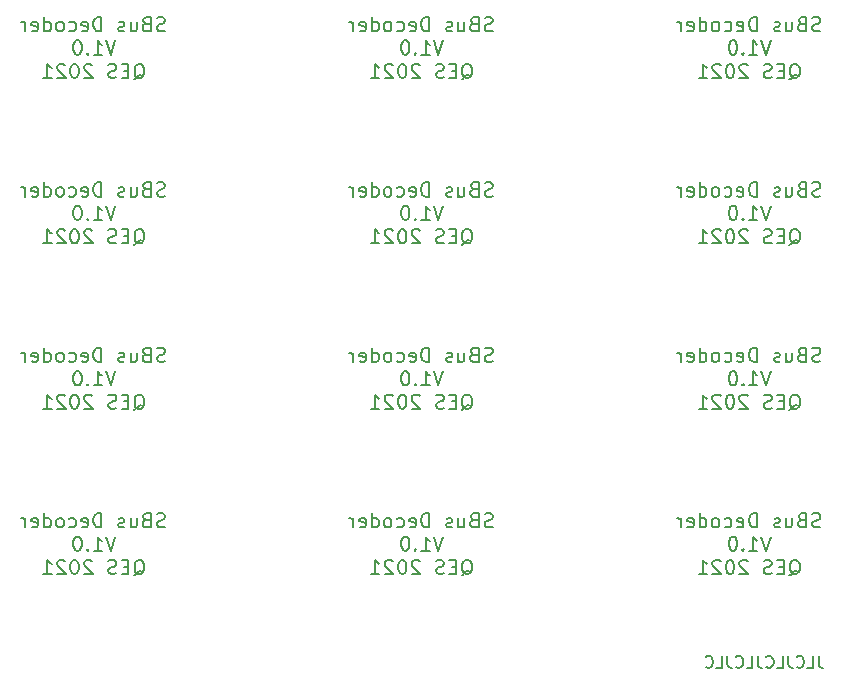
<source format=gbr>
G04 #@! TF.GenerationSoftware,KiCad,Pcbnew,(5.1.8)-1*
G04 #@! TF.CreationDate,2021-07-21T19:28:53-06:00*
G04 #@! TF.ProjectId,SBus-Decoder,53427573-2d44-4656-936f-6465722e6b69,rev?*
G04 #@! TF.SameCoordinates,Original*
G04 #@! TF.FileFunction,Legend,Bot*
G04 #@! TF.FilePolarity,Positive*
%FSLAX46Y46*%
G04 Gerber Fmt 4.6, Leading zero omitted, Abs format (unit mm)*
G04 Created by KiCad (PCBNEW (5.1.8)-1) date 2021-07-21 19:28:53*
%MOMM*%
%LPD*%
G01*
G04 APERTURE LIST*
%ADD10C,0.160000*%
%ADD11C,0.180000*%
G04 APERTURE END LIST*
D10*
X119619047Y-104702380D02*
X119619047Y-105416666D01*
X119666666Y-105559523D01*
X119761904Y-105654761D01*
X119904761Y-105702380D01*
X120000000Y-105702380D01*
X118666666Y-105702380D02*
X119142857Y-105702380D01*
X119142857Y-104702380D01*
X117761904Y-105607142D02*
X117809523Y-105654761D01*
X117952380Y-105702380D01*
X118047619Y-105702380D01*
X118190476Y-105654761D01*
X118285714Y-105559523D01*
X118333333Y-105464285D01*
X118380952Y-105273809D01*
X118380952Y-105130952D01*
X118333333Y-104940476D01*
X118285714Y-104845238D01*
X118190476Y-104750000D01*
X118047619Y-104702380D01*
X117952380Y-104702380D01*
X117809523Y-104750000D01*
X117761904Y-104797619D01*
X117047619Y-104702380D02*
X117047619Y-105416666D01*
X117095238Y-105559523D01*
X117190476Y-105654761D01*
X117333333Y-105702380D01*
X117428571Y-105702380D01*
X116095238Y-105702380D02*
X116571428Y-105702380D01*
X116571428Y-104702380D01*
X115190476Y-105607142D02*
X115238095Y-105654761D01*
X115380952Y-105702380D01*
X115476190Y-105702380D01*
X115619047Y-105654761D01*
X115714285Y-105559523D01*
X115761904Y-105464285D01*
X115809523Y-105273809D01*
X115809523Y-105130952D01*
X115761904Y-104940476D01*
X115714285Y-104845238D01*
X115619047Y-104750000D01*
X115476190Y-104702380D01*
X115380952Y-104702380D01*
X115238095Y-104750000D01*
X115190476Y-104797619D01*
X114476190Y-104702380D02*
X114476190Y-105416666D01*
X114523809Y-105559523D01*
X114619047Y-105654761D01*
X114761904Y-105702380D01*
X114857142Y-105702380D01*
X113523809Y-105702380D02*
X114000000Y-105702380D01*
X114000000Y-104702380D01*
X112619047Y-105607142D02*
X112666666Y-105654761D01*
X112809523Y-105702380D01*
X112904761Y-105702380D01*
X113047619Y-105654761D01*
X113142857Y-105559523D01*
X113190476Y-105464285D01*
X113238095Y-105273809D01*
X113238095Y-105130952D01*
X113190476Y-104940476D01*
X113142857Y-104845238D01*
X113047619Y-104750000D01*
X112904761Y-104702380D01*
X112809523Y-104702380D01*
X112666666Y-104750000D01*
X112619047Y-104797619D01*
X111904761Y-104702380D02*
X111904761Y-105416666D01*
X111952380Y-105559523D01*
X112047619Y-105654761D01*
X112190476Y-105702380D01*
X112285714Y-105702380D01*
X110952380Y-105702380D02*
X111428571Y-105702380D01*
X111428571Y-104702380D01*
X110047619Y-105607142D02*
X110095238Y-105654761D01*
X110238095Y-105702380D01*
X110333333Y-105702380D01*
X110476190Y-105654761D01*
X110571428Y-105559523D01*
X110619047Y-105464285D01*
X110666666Y-105273809D01*
X110666666Y-105130952D01*
X110619047Y-104940476D01*
X110571428Y-104845238D01*
X110476190Y-104750000D01*
X110333333Y-104702380D01*
X110238095Y-104702380D01*
X110095238Y-104750000D01*
X110047619Y-104797619D01*
D11*
X119778571Y-51755714D02*
X119607142Y-51812857D01*
X119321428Y-51812857D01*
X119207142Y-51755714D01*
X119150000Y-51698571D01*
X119092857Y-51584285D01*
X119092857Y-51470000D01*
X119150000Y-51355714D01*
X119207142Y-51298571D01*
X119321428Y-51241428D01*
X119550000Y-51184285D01*
X119664285Y-51127142D01*
X119721428Y-51070000D01*
X119778571Y-50955714D01*
X119778571Y-50841428D01*
X119721428Y-50727142D01*
X119664285Y-50670000D01*
X119550000Y-50612857D01*
X119264285Y-50612857D01*
X119092857Y-50670000D01*
X118178571Y-51184285D02*
X118007142Y-51241428D01*
X117950000Y-51298571D01*
X117892857Y-51412857D01*
X117892857Y-51584285D01*
X117950000Y-51698571D01*
X118007142Y-51755714D01*
X118121428Y-51812857D01*
X118578571Y-51812857D01*
X118578571Y-50612857D01*
X118178571Y-50612857D01*
X118064285Y-50670000D01*
X118007142Y-50727142D01*
X117950000Y-50841428D01*
X117950000Y-50955714D01*
X118007142Y-51070000D01*
X118064285Y-51127142D01*
X118178571Y-51184285D01*
X118578571Y-51184285D01*
X116864285Y-51012857D02*
X116864285Y-51812857D01*
X117378571Y-51012857D02*
X117378571Y-51641428D01*
X117321428Y-51755714D01*
X117207142Y-51812857D01*
X117035714Y-51812857D01*
X116921428Y-51755714D01*
X116864285Y-51698571D01*
X116350000Y-51755714D02*
X116235714Y-51812857D01*
X116007142Y-51812857D01*
X115892857Y-51755714D01*
X115835714Y-51641428D01*
X115835714Y-51584285D01*
X115892857Y-51470000D01*
X116007142Y-51412857D01*
X116178571Y-51412857D01*
X116292857Y-51355714D01*
X116350000Y-51241428D01*
X116350000Y-51184285D01*
X116292857Y-51070000D01*
X116178571Y-51012857D01*
X116007142Y-51012857D01*
X115892857Y-51070000D01*
X114407142Y-51812857D02*
X114407142Y-50612857D01*
X114121428Y-50612857D01*
X113950000Y-50670000D01*
X113835714Y-50784285D01*
X113778571Y-50898571D01*
X113721428Y-51127142D01*
X113721428Y-51298571D01*
X113778571Y-51527142D01*
X113835714Y-51641428D01*
X113950000Y-51755714D01*
X114121428Y-51812857D01*
X114407142Y-51812857D01*
X112750000Y-51755714D02*
X112864285Y-51812857D01*
X113092857Y-51812857D01*
X113207142Y-51755714D01*
X113264285Y-51641428D01*
X113264285Y-51184285D01*
X113207142Y-51070000D01*
X113092857Y-51012857D01*
X112864285Y-51012857D01*
X112750000Y-51070000D01*
X112692857Y-51184285D01*
X112692857Y-51298571D01*
X113264285Y-51412857D01*
X111664285Y-51755714D02*
X111778571Y-51812857D01*
X112007142Y-51812857D01*
X112121428Y-51755714D01*
X112178571Y-51698571D01*
X112235714Y-51584285D01*
X112235714Y-51241428D01*
X112178571Y-51127142D01*
X112121428Y-51070000D01*
X112007142Y-51012857D01*
X111778571Y-51012857D01*
X111664285Y-51070000D01*
X110978571Y-51812857D02*
X111092857Y-51755714D01*
X111150000Y-51698571D01*
X111207142Y-51584285D01*
X111207142Y-51241428D01*
X111150000Y-51127142D01*
X111092857Y-51070000D01*
X110978571Y-51012857D01*
X110807142Y-51012857D01*
X110692857Y-51070000D01*
X110635714Y-51127142D01*
X110578571Y-51241428D01*
X110578571Y-51584285D01*
X110635714Y-51698571D01*
X110692857Y-51755714D01*
X110807142Y-51812857D01*
X110978571Y-51812857D01*
X109550000Y-51812857D02*
X109550000Y-50612857D01*
X109550000Y-51755714D02*
X109664285Y-51812857D01*
X109892857Y-51812857D01*
X110007142Y-51755714D01*
X110064285Y-51698571D01*
X110121428Y-51584285D01*
X110121428Y-51241428D01*
X110064285Y-51127142D01*
X110007142Y-51070000D01*
X109892857Y-51012857D01*
X109664285Y-51012857D01*
X109550000Y-51070000D01*
X108521428Y-51755714D02*
X108635714Y-51812857D01*
X108864285Y-51812857D01*
X108978571Y-51755714D01*
X109035714Y-51641428D01*
X109035714Y-51184285D01*
X108978571Y-51070000D01*
X108864285Y-51012857D01*
X108635714Y-51012857D01*
X108521428Y-51070000D01*
X108464285Y-51184285D01*
X108464285Y-51298571D01*
X109035714Y-51412857D01*
X107950000Y-51812857D02*
X107950000Y-51012857D01*
X107950000Y-51241428D02*
X107892857Y-51127142D01*
X107835714Y-51070000D01*
X107721428Y-51012857D01*
X107607142Y-51012857D01*
X115578571Y-52592857D02*
X115178571Y-53792857D01*
X114778571Y-52592857D01*
X113750000Y-53792857D02*
X114435714Y-53792857D01*
X114092857Y-53792857D02*
X114092857Y-52592857D01*
X114207142Y-52764285D01*
X114321428Y-52878571D01*
X114435714Y-52935714D01*
X113235714Y-53678571D02*
X113178571Y-53735714D01*
X113235714Y-53792857D01*
X113292857Y-53735714D01*
X113235714Y-53678571D01*
X113235714Y-53792857D01*
X112435714Y-52592857D02*
X112321428Y-52592857D01*
X112207142Y-52650000D01*
X112150000Y-52707142D01*
X112092857Y-52821428D01*
X112035714Y-53050000D01*
X112035714Y-53335714D01*
X112092857Y-53564285D01*
X112150000Y-53678571D01*
X112207142Y-53735714D01*
X112321428Y-53792857D01*
X112435714Y-53792857D01*
X112550000Y-53735714D01*
X112607142Y-53678571D01*
X112664285Y-53564285D01*
X112721428Y-53335714D01*
X112721428Y-53050000D01*
X112664285Y-52821428D01*
X112607142Y-52707142D01*
X112550000Y-52650000D01*
X112435714Y-52592857D01*
X117150000Y-55887142D02*
X117264285Y-55830000D01*
X117378571Y-55715714D01*
X117550000Y-55544285D01*
X117664285Y-55487142D01*
X117778571Y-55487142D01*
X117721428Y-55772857D02*
X117835714Y-55715714D01*
X117950000Y-55601428D01*
X118007142Y-55372857D01*
X118007142Y-54972857D01*
X117950000Y-54744285D01*
X117835714Y-54630000D01*
X117721428Y-54572857D01*
X117492857Y-54572857D01*
X117378571Y-54630000D01*
X117264285Y-54744285D01*
X117207142Y-54972857D01*
X117207142Y-55372857D01*
X117264285Y-55601428D01*
X117378571Y-55715714D01*
X117492857Y-55772857D01*
X117721428Y-55772857D01*
X116692857Y-55144285D02*
X116292857Y-55144285D01*
X116121428Y-55772857D02*
X116692857Y-55772857D01*
X116692857Y-54572857D01*
X116121428Y-54572857D01*
X115664285Y-55715714D02*
X115492857Y-55772857D01*
X115207142Y-55772857D01*
X115092857Y-55715714D01*
X115035714Y-55658571D01*
X114978571Y-55544285D01*
X114978571Y-55430000D01*
X115035714Y-55315714D01*
X115092857Y-55258571D01*
X115207142Y-55201428D01*
X115435714Y-55144285D01*
X115550000Y-55087142D01*
X115607142Y-55030000D01*
X115664285Y-54915714D01*
X115664285Y-54801428D01*
X115607142Y-54687142D01*
X115550000Y-54630000D01*
X115435714Y-54572857D01*
X115150000Y-54572857D01*
X114978571Y-54630000D01*
X113607142Y-54687142D02*
X113550000Y-54630000D01*
X113435714Y-54572857D01*
X113150000Y-54572857D01*
X113035714Y-54630000D01*
X112978571Y-54687142D01*
X112921428Y-54801428D01*
X112921428Y-54915714D01*
X112978571Y-55087142D01*
X113664285Y-55772857D01*
X112921428Y-55772857D01*
X112178571Y-54572857D02*
X112064285Y-54572857D01*
X111950000Y-54630000D01*
X111892857Y-54687142D01*
X111835714Y-54801428D01*
X111778571Y-55030000D01*
X111778571Y-55315714D01*
X111835714Y-55544285D01*
X111892857Y-55658571D01*
X111950000Y-55715714D01*
X112064285Y-55772857D01*
X112178571Y-55772857D01*
X112292857Y-55715714D01*
X112350000Y-55658571D01*
X112407142Y-55544285D01*
X112464285Y-55315714D01*
X112464285Y-55030000D01*
X112407142Y-54801428D01*
X112350000Y-54687142D01*
X112292857Y-54630000D01*
X112178571Y-54572857D01*
X111321428Y-54687142D02*
X111264285Y-54630000D01*
X111150000Y-54572857D01*
X110864285Y-54572857D01*
X110750000Y-54630000D01*
X110692857Y-54687142D01*
X110635714Y-54801428D01*
X110635714Y-54915714D01*
X110692857Y-55087142D01*
X111378571Y-55772857D01*
X110635714Y-55772857D01*
X109492857Y-55772857D02*
X110178571Y-55772857D01*
X109835714Y-55772857D02*
X109835714Y-54572857D01*
X109950000Y-54744285D01*
X110064285Y-54858571D01*
X110178571Y-54915714D01*
X119778571Y-93755714D02*
X119607142Y-93812857D01*
X119321428Y-93812857D01*
X119207142Y-93755714D01*
X119150000Y-93698571D01*
X119092857Y-93584285D01*
X119092857Y-93470000D01*
X119150000Y-93355714D01*
X119207142Y-93298571D01*
X119321428Y-93241428D01*
X119550000Y-93184285D01*
X119664285Y-93127142D01*
X119721428Y-93070000D01*
X119778571Y-92955714D01*
X119778571Y-92841428D01*
X119721428Y-92727142D01*
X119664285Y-92670000D01*
X119550000Y-92612857D01*
X119264285Y-92612857D01*
X119092857Y-92670000D01*
X118178571Y-93184285D02*
X118007142Y-93241428D01*
X117950000Y-93298571D01*
X117892857Y-93412857D01*
X117892857Y-93584285D01*
X117950000Y-93698571D01*
X118007142Y-93755714D01*
X118121428Y-93812857D01*
X118578571Y-93812857D01*
X118578571Y-92612857D01*
X118178571Y-92612857D01*
X118064285Y-92670000D01*
X118007142Y-92727142D01*
X117950000Y-92841428D01*
X117950000Y-92955714D01*
X118007142Y-93070000D01*
X118064285Y-93127142D01*
X118178571Y-93184285D01*
X118578571Y-93184285D01*
X116864285Y-93012857D02*
X116864285Y-93812857D01*
X117378571Y-93012857D02*
X117378571Y-93641428D01*
X117321428Y-93755714D01*
X117207142Y-93812857D01*
X117035714Y-93812857D01*
X116921428Y-93755714D01*
X116864285Y-93698571D01*
X116350000Y-93755714D02*
X116235714Y-93812857D01*
X116007142Y-93812857D01*
X115892857Y-93755714D01*
X115835714Y-93641428D01*
X115835714Y-93584285D01*
X115892857Y-93470000D01*
X116007142Y-93412857D01*
X116178571Y-93412857D01*
X116292857Y-93355714D01*
X116350000Y-93241428D01*
X116350000Y-93184285D01*
X116292857Y-93070000D01*
X116178571Y-93012857D01*
X116007142Y-93012857D01*
X115892857Y-93070000D01*
X114407142Y-93812857D02*
X114407142Y-92612857D01*
X114121428Y-92612857D01*
X113950000Y-92670000D01*
X113835714Y-92784285D01*
X113778571Y-92898571D01*
X113721428Y-93127142D01*
X113721428Y-93298571D01*
X113778571Y-93527142D01*
X113835714Y-93641428D01*
X113950000Y-93755714D01*
X114121428Y-93812857D01*
X114407142Y-93812857D01*
X112750000Y-93755714D02*
X112864285Y-93812857D01*
X113092857Y-93812857D01*
X113207142Y-93755714D01*
X113264285Y-93641428D01*
X113264285Y-93184285D01*
X113207142Y-93070000D01*
X113092857Y-93012857D01*
X112864285Y-93012857D01*
X112750000Y-93070000D01*
X112692857Y-93184285D01*
X112692857Y-93298571D01*
X113264285Y-93412857D01*
X111664285Y-93755714D02*
X111778571Y-93812857D01*
X112007142Y-93812857D01*
X112121428Y-93755714D01*
X112178571Y-93698571D01*
X112235714Y-93584285D01*
X112235714Y-93241428D01*
X112178571Y-93127142D01*
X112121428Y-93070000D01*
X112007142Y-93012857D01*
X111778571Y-93012857D01*
X111664285Y-93070000D01*
X110978571Y-93812857D02*
X111092857Y-93755714D01*
X111150000Y-93698571D01*
X111207142Y-93584285D01*
X111207142Y-93241428D01*
X111150000Y-93127142D01*
X111092857Y-93070000D01*
X110978571Y-93012857D01*
X110807142Y-93012857D01*
X110692857Y-93070000D01*
X110635714Y-93127142D01*
X110578571Y-93241428D01*
X110578571Y-93584285D01*
X110635714Y-93698571D01*
X110692857Y-93755714D01*
X110807142Y-93812857D01*
X110978571Y-93812857D01*
X109550000Y-93812857D02*
X109550000Y-92612857D01*
X109550000Y-93755714D02*
X109664285Y-93812857D01*
X109892857Y-93812857D01*
X110007142Y-93755714D01*
X110064285Y-93698571D01*
X110121428Y-93584285D01*
X110121428Y-93241428D01*
X110064285Y-93127142D01*
X110007142Y-93070000D01*
X109892857Y-93012857D01*
X109664285Y-93012857D01*
X109550000Y-93070000D01*
X108521428Y-93755714D02*
X108635714Y-93812857D01*
X108864285Y-93812857D01*
X108978571Y-93755714D01*
X109035714Y-93641428D01*
X109035714Y-93184285D01*
X108978571Y-93070000D01*
X108864285Y-93012857D01*
X108635714Y-93012857D01*
X108521428Y-93070000D01*
X108464285Y-93184285D01*
X108464285Y-93298571D01*
X109035714Y-93412857D01*
X107950000Y-93812857D02*
X107950000Y-93012857D01*
X107950000Y-93241428D02*
X107892857Y-93127142D01*
X107835714Y-93070000D01*
X107721428Y-93012857D01*
X107607142Y-93012857D01*
X115578571Y-94592857D02*
X115178571Y-95792857D01*
X114778571Y-94592857D01*
X113750000Y-95792857D02*
X114435714Y-95792857D01*
X114092857Y-95792857D02*
X114092857Y-94592857D01*
X114207142Y-94764285D01*
X114321428Y-94878571D01*
X114435714Y-94935714D01*
X113235714Y-95678571D02*
X113178571Y-95735714D01*
X113235714Y-95792857D01*
X113292857Y-95735714D01*
X113235714Y-95678571D01*
X113235714Y-95792857D01*
X112435714Y-94592857D02*
X112321428Y-94592857D01*
X112207142Y-94650000D01*
X112150000Y-94707142D01*
X112092857Y-94821428D01*
X112035714Y-95050000D01*
X112035714Y-95335714D01*
X112092857Y-95564285D01*
X112150000Y-95678571D01*
X112207142Y-95735714D01*
X112321428Y-95792857D01*
X112435714Y-95792857D01*
X112550000Y-95735714D01*
X112607142Y-95678571D01*
X112664285Y-95564285D01*
X112721428Y-95335714D01*
X112721428Y-95050000D01*
X112664285Y-94821428D01*
X112607142Y-94707142D01*
X112550000Y-94650000D01*
X112435714Y-94592857D01*
X117150000Y-97887142D02*
X117264285Y-97830000D01*
X117378571Y-97715714D01*
X117550000Y-97544285D01*
X117664285Y-97487142D01*
X117778571Y-97487142D01*
X117721428Y-97772857D02*
X117835714Y-97715714D01*
X117950000Y-97601428D01*
X118007142Y-97372857D01*
X118007142Y-96972857D01*
X117950000Y-96744285D01*
X117835714Y-96630000D01*
X117721428Y-96572857D01*
X117492857Y-96572857D01*
X117378571Y-96630000D01*
X117264285Y-96744285D01*
X117207142Y-96972857D01*
X117207142Y-97372857D01*
X117264285Y-97601428D01*
X117378571Y-97715714D01*
X117492857Y-97772857D01*
X117721428Y-97772857D01*
X116692857Y-97144285D02*
X116292857Y-97144285D01*
X116121428Y-97772857D02*
X116692857Y-97772857D01*
X116692857Y-96572857D01*
X116121428Y-96572857D01*
X115664285Y-97715714D02*
X115492857Y-97772857D01*
X115207142Y-97772857D01*
X115092857Y-97715714D01*
X115035714Y-97658571D01*
X114978571Y-97544285D01*
X114978571Y-97430000D01*
X115035714Y-97315714D01*
X115092857Y-97258571D01*
X115207142Y-97201428D01*
X115435714Y-97144285D01*
X115550000Y-97087142D01*
X115607142Y-97030000D01*
X115664285Y-96915714D01*
X115664285Y-96801428D01*
X115607142Y-96687142D01*
X115550000Y-96630000D01*
X115435714Y-96572857D01*
X115150000Y-96572857D01*
X114978571Y-96630000D01*
X113607142Y-96687142D02*
X113550000Y-96630000D01*
X113435714Y-96572857D01*
X113150000Y-96572857D01*
X113035714Y-96630000D01*
X112978571Y-96687142D01*
X112921428Y-96801428D01*
X112921428Y-96915714D01*
X112978571Y-97087142D01*
X113664285Y-97772857D01*
X112921428Y-97772857D01*
X112178571Y-96572857D02*
X112064285Y-96572857D01*
X111950000Y-96630000D01*
X111892857Y-96687142D01*
X111835714Y-96801428D01*
X111778571Y-97030000D01*
X111778571Y-97315714D01*
X111835714Y-97544285D01*
X111892857Y-97658571D01*
X111950000Y-97715714D01*
X112064285Y-97772857D01*
X112178571Y-97772857D01*
X112292857Y-97715714D01*
X112350000Y-97658571D01*
X112407142Y-97544285D01*
X112464285Y-97315714D01*
X112464285Y-97030000D01*
X112407142Y-96801428D01*
X112350000Y-96687142D01*
X112292857Y-96630000D01*
X112178571Y-96572857D01*
X111321428Y-96687142D02*
X111264285Y-96630000D01*
X111150000Y-96572857D01*
X110864285Y-96572857D01*
X110750000Y-96630000D01*
X110692857Y-96687142D01*
X110635714Y-96801428D01*
X110635714Y-96915714D01*
X110692857Y-97087142D01*
X111378571Y-97772857D01*
X110635714Y-97772857D01*
X109492857Y-97772857D02*
X110178571Y-97772857D01*
X109835714Y-97772857D02*
X109835714Y-96572857D01*
X109950000Y-96744285D01*
X110064285Y-96858571D01*
X110178571Y-96915714D01*
X119778571Y-65755714D02*
X119607142Y-65812857D01*
X119321428Y-65812857D01*
X119207142Y-65755714D01*
X119150000Y-65698571D01*
X119092857Y-65584285D01*
X119092857Y-65470000D01*
X119150000Y-65355714D01*
X119207142Y-65298571D01*
X119321428Y-65241428D01*
X119550000Y-65184285D01*
X119664285Y-65127142D01*
X119721428Y-65070000D01*
X119778571Y-64955714D01*
X119778571Y-64841428D01*
X119721428Y-64727142D01*
X119664285Y-64670000D01*
X119550000Y-64612857D01*
X119264285Y-64612857D01*
X119092857Y-64670000D01*
X118178571Y-65184285D02*
X118007142Y-65241428D01*
X117950000Y-65298571D01*
X117892857Y-65412857D01*
X117892857Y-65584285D01*
X117950000Y-65698571D01*
X118007142Y-65755714D01*
X118121428Y-65812857D01*
X118578571Y-65812857D01*
X118578571Y-64612857D01*
X118178571Y-64612857D01*
X118064285Y-64670000D01*
X118007142Y-64727142D01*
X117950000Y-64841428D01*
X117950000Y-64955714D01*
X118007142Y-65070000D01*
X118064285Y-65127142D01*
X118178571Y-65184285D01*
X118578571Y-65184285D01*
X116864285Y-65012857D02*
X116864285Y-65812857D01*
X117378571Y-65012857D02*
X117378571Y-65641428D01*
X117321428Y-65755714D01*
X117207142Y-65812857D01*
X117035714Y-65812857D01*
X116921428Y-65755714D01*
X116864285Y-65698571D01*
X116350000Y-65755714D02*
X116235714Y-65812857D01*
X116007142Y-65812857D01*
X115892857Y-65755714D01*
X115835714Y-65641428D01*
X115835714Y-65584285D01*
X115892857Y-65470000D01*
X116007142Y-65412857D01*
X116178571Y-65412857D01*
X116292857Y-65355714D01*
X116350000Y-65241428D01*
X116350000Y-65184285D01*
X116292857Y-65070000D01*
X116178571Y-65012857D01*
X116007142Y-65012857D01*
X115892857Y-65070000D01*
X114407142Y-65812857D02*
X114407142Y-64612857D01*
X114121428Y-64612857D01*
X113950000Y-64670000D01*
X113835714Y-64784285D01*
X113778571Y-64898571D01*
X113721428Y-65127142D01*
X113721428Y-65298571D01*
X113778571Y-65527142D01*
X113835714Y-65641428D01*
X113950000Y-65755714D01*
X114121428Y-65812857D01*
X114407142Y-65812857D01*
X112750000Y-65755714D02*
X112864285Y-65812857D01*
X113092857Y-65812857D01*
X113207142Y-65755714D01*
X113264285Y-65641428D01*
X113264285Y-65184285D01*
X113207142Y-65070000D01*
X113092857Y-65012857D01*
X112864285Y-65012857D01*
X112750000Y-65070000D01*
X112692857Y-65184285D01*
X112692857Y-65298571D01*
X113264285Y-65412857D01*
X111664285Y-65755714D02*
X111778571Y-65812857D01*
X112007142Y-65812857D01*
X112121428Y-65755714D01*
X112178571Y-65698571D01*
X112235714Y-65584285D01*
X112235714Y-65241428D01*
X112178571Y-65127142D01*
X112121428Y-65070000D01*
X112007142Y-65012857D01*
X111778571Y-65012857D01*
X111664285Y-65070000D01*
X110978571Y-65812857D02*
X111092857Y-65755714D01*
X111150000Y-65698571D01*
X111207142Y-65584285D01*
X111207142Y-65241428D01*
X111150000Y-65127142D01*
X111092857Y-65070000D01*
X110978571Y-65012857D01*
X110807142Y-65012857D01*
X110692857Y-65070000D01*
X110635714Y-65127142D01*
X110578571Y-65241428D01*
X110578571Y-65584285D01*
X110635714Y-65698571D01*
X110692857Y-65755714D01*
X110807142Y-65812857D01*
X110978571Y-65812857D01*
X109550000Y-65812857D02*
X109550000Y-64612857D01*
X109550000Y-65755714D02*
X109664285Y-65812857D01*
X109892857Y-65812857D01*
X110007142Y-65755714D01*
X110064285Y-65698571D01*
X110121428Y-65584285D01*
X110121428Y-65241428D01*
X110064285Y-65127142D01*
X110007142Y-65070000D01*
X109892857Y-65012857D01*
X109664285Y-65012857D01*
X109550000Y-65070000D01*
X108521428Y-65755714D02*
X108635714Y-65812857D01*
X108864285Y-65812857D01*
X108978571Y-65755714D01*
X109035714Y-65641428D01*
X109035714Y-65184285D01*
X108978571Y-65070000D01*
X108864285Y-65012857D01*
X108635714Y-65012857D01*
X108521428Y-65070000D01*
X108464285Y-65184285D01*
X108464285Y-65298571D01*
X109035714Y-65412857D01*
X107950000Y-65812857D02*
X107950000Y-65012857D01*
X107950000Y-65241428D02*
X107892857Y-65127142D01*
X107835714Y-65070000D01*
X107721428Y-65012857D01*
X107607142Y-65012857D01*
X115578571Y-66592857D02*
X115178571Y-67792857D01*
X114778571Y-66592857D01*
X113750000Y-67792857D02*
X114435714Y-67792857D01*
X114092857Y-67792857D02*
X114092857Y-66592857D01*
X114207142Y-66764285D01*
X114321428Y-66878571D01*
X114435714Y-66935714D01*
X113235714Y-67678571D02*
X113178571Y-67735714D01*
X113235714Y-67792857D01*
X113292857Y-67735714D01*
X113235714Y-67678571D01*
X113235714Y-67792857D01*
X112435714Y-66592857D02*
X112321428Y-66592857D01*
X112207142Y-66650000D01*
X112150000Y-66707142D01*
X112092857Y-66821428D01*
X112035714Y-67050000D01*
X112035714Y-67335714D01*
X112092857Y-67564285D01*
X112150000Y-67678571D01*
X112207142Y-67735714D01*
X112321428Y-67792857D01*
X112435714Y-67792857D01*
X112550000Y-67735714D01*
X112607142Y-67678571D01*
X112664285Y-67564285D01*
X112721428Y-67335714D01*
X112721428Y-67050000D01*
X112664285Y-66821428D01*
X112607142Y-66707142D01*
X112550000Y-66650000D01*
X112435714Y-66592857D01*
X117150000Y-69887142D02*
X117264285Y-69830000D01*
X117378571Y-69715714D01*
X117550000Y-69544285D01*
X117664285Y-69487142D01*
X117778571Y-69487142D01*
X117721428Y-69772857D02*
X117835714Y-69715714D01*
X117950000Y-69601428D01*
X118007142Y-69372857D01*
X118007142Y-68972857D01*
X117950000Y-68744285D01*
X117835714Y-68630000D01*
X117721428Y-68572857D01*
X117492857Y-68572857D01*
X117378571Y-68630000D01*
X117264285Y-68744285D01*
X117207142Y-68972857D01*
X117207142Y-69372857D01*
X117264285Y-69601428D01*
X117378571Y-69715714D01*
X117492857Y-69772857D01*
X117721428Y-69772857D01*
X116692857Y-69144285D02*
X116292857Y-69144285D01*
X116121428Y-69772857D02*
X116692857Y-69772857D01*
X116692857Y-68572857D01*
X116121428Y-68572857D01*
X115664285Y-69715714D02*
X115492857Y-69772857D01*
X115207142Y-69772857D01*
X115092857Y-69715714D01*
X115035714Y-69658571D01*
X114978571Y-69544285D01*
X114978571Y-69430000D01*
X115035714Y-69315714D01*
X115092857Y-69258571D01*
X115207142Y-69201428D01*
X115435714Y-69144285D01*
X115550000Y-69087142D01*
X115607142Y-69030000D01*
X115664285Y-68915714D01*
X115664285Y-68801428D01*
X115607142Y-68687142D01*
X115550000Y-68630000D01*
X115435714Y-68572857D01*
X115150000Y-68572857D01*
X114978571Y-68630000D01*
X113607142Y-68687142D02*
X113550000Y-68630000D01*
X113435714Y-68572857D01*
X113150000Y-68572857D01*
X113035714Y-68630000D01*
X112978571Y-68687142D01*
X112921428Y-68801428D01*
X112921428Y-68915714D01*
X112978571Y-69087142D01*
X113664285Y-69772857D01*
X112921428Y-69772857D01*
X112178571Y-68572857D02*
X112064285Y-68572857D01*
X111950000Y-68630000D01*
X111892857Y-68687142D01*
X111835714Y-68801428D01*
X111778571Y-69030000D01*
X111778571Y-69315714D01*
X111835714Y-69544285D01*
X111892857Y-69658571D01*
X111950000Y-69715714D01*
X112064285Y-69772857D01*
X112178571Y-69772857D01*
X112292857Y-69715714D01*
X112350000Y-69658571D01*
X112407142Y-69544285D01*
X112464285Y-69315714D01*
X112464285Y-69030000D01*
X112407142Y-68801428D01*
X112350000Y-68687142D01*
X112292857Y-68630000D01*
X112178571Y-68572857D01*
X111321428Y-68687142D02*
X111264285Y-68630000D01*
X111150000Y-68572857D01*
X110864285Y-68572857D01*
X110750000Y-68630000D01*
X110692857Y-68687142D01*
X110635714Y-68801428D01*
X110635714Y-68915714D01*
X110692857Y-69087142D01*
X111378571Y-69772857D01*
X110635714Y-69772857D01*
X109492857Y-69772857D02*
X110178571Y-69772857D01*
X109835714Y-69772857D02*
X109835714Y-68572857D01*
X109950000Y-68744285D01*
X110064285Y-68858571D01*
X110178571Y-68915714D01*
X119778571Y-79755714D02*
X119607142Y-79812857D01*
X119321428Y-79812857D01*
X119207142Y-79755714D01*
X119150000Y-79698571D01*
X119092857Y-79584285D01*
X119092857Y-79470000D01*
X119150000Y-79355714D01*
X119207142Y-79298571D01*
X119321428Y-79241428D01*
X119550000Y-79184285D01*
X119664285Y-79127142D01*
X119721428Y-79070000D01*
X119778571Y-78955714D01*
X119778571Y-78841428D01*
X119721428Y-78727142D01*
X119664285Y-78670000D01*
X119550000Y-78612857D01*
X119264285Y-78612857D01*
X119092857Y-78670000D01*
X118178571Y-79184285D02*
X118007142Y-79241428D01*
X117950000Y-79298571D01*
X117892857Y-79412857D01*
X117892857Y-79584285D01*
X117950000Y-79698571D01*
X118007142Y-79755714D01*
X118121428Y-79812857D01*
X118578571Y-79812857D01*
X118578571Y-78612857D01*
X118178571Y-78612857D01*
X118064285Y-78670000D01*
X118007142Y-78727142D01*
X117950000Y-78841428D01*
X117950000Y-78955714D01*
X118007142Y-79070000D01*
X118064285Y-79127142D01*
X118178571Y-79184285D01*
X118578571Y-79184285D01*
X116864285Y-79012857D02*
X116864285Y-79812857D01*
X117378571Y-79012857D02*
X117378571Y-79641428D01*
X117321428Y-79755714D01*
X117207142Y-79812857D01*
X117035714Y-79812857D01*
X116921428Y-79755714D01*
X116864285Y-79698571D01*
X116350000Y-79755714D02*
X116235714Y-79812857D01*
X116007142Y-79812857D01*
X115892857Y-79755714D01*
X115835714Y-79641428D01*
X115835714Y-79584285D01*
X115892857Y-79470000D01*
X116007142Y-79412857D01*
X116178571Y-79412857D01*
X116292857Y-79355714D01*
X116350000Y-79241428D01*
X116350000Y-79184285D01*
X116292857Y-79070000D01*
X116178571Y-79012857D01*
X116007142Y-79012857D01*
X115892857Y-79070000D01*
X114407142Y-79812857D02*
X114407142Y-78612857D01*
X114121428Y-78612857D01*
X113950000Y-78670000D01*
X113835714Y-78784285D01*
X113778571Y-78898571D01*
X113721428Y-79127142D01*
X113721428Y-79298571D01*
X113778571Y-79527142D01*
X113835714Y-79641428D01*
X113950000Y-79755714D01*
X114121428Y-79812857D01*
X114407142Y-79812857D01*
X112750000Y-79755714D02*
X112864285Y-79812857D01*
X113092857Y-79812857D01*
X113207142Y-79755714D01*
X113264285Y-79641428D01*
X113264285Y-79184285D01*
X113207142Y-79070000D01*
X113092857Y-79012857D01*
X112864285Y-79012857D01*
X112750000Y-79070000D01*
X112692857Y-79184285D01*
X112692857Y-79298571D01*
X113264285Y-79412857D01*
X111664285Y-79755714D02*
X111778571Y-79812857D01*
X112007142Y-79812857D01*
X112121428Y-79755714D01*
X112178571Y-79698571D01*
X112235714Y-79584285D01*
X112235714Y-79241428D01*
X112178571Y-79127142D01*
X112121428Y-79070000D01*
X112007142Y-79012857D01*
X111778571Y-79012857D01*
X111664285Y-79070000D01*
X110978571Y-79812857D02*
X111092857Y-79755714D01*
X111150000Y-79698571D01*
X111207142Y-79584285D01*
X111207142Y-79241428D01*
X111150000Y-79127142D01*
X111092857Y-79070000D01*
X110978571Y-79012857D01*
X110807142Y-79012857D01*
X110692857Y-79070000D01*
X110635714Y-79127142D01*
X110578571Y-79241428D01*
X110578571Y-79584285D01*
X110635714Y-79698571D01*
X110692857Y-79755714D01*
X110807142Y-79812857D01*
X110978571Y-79812857D01*
X109550000Y-79812857D02*
X109550000Y-78612857D01*
X109550000Y-79755714D02*
X109664285Y-79812857D01*
X109892857Y-79812857D01*
X110007142Y-79755714D01*
X110064285Y-79698571D01*
X110121428Y-79584285D01*
X110121428Y-79241428D01*
X110064285Y-79127142D01*
X110007142Y-79070000D01*
X109892857Y-79012857D01*
X109664285Y-79012857D01*
X109550000Y-79070000D01*
X108521428Y-79755714D02*
X108635714Y-79812857D01*
X108864285Y-79812857D01*
X108978571Y-79755714D01*
X109035714Y-79641428D01*
X109035714Y-79184285D01*
X108978571Y-79070000D01*
X108864285Y-79012857D01*
X108635714Y-79012857D01*
X108521428Y-79070000D01*
X108464285Y-79184285D01*
X108464285Y-79298571D01*
X109035714Y-79412857D01*
X107950000Y-79812857D02*
X107950000Y-79012857D01*
X107950000Y-79241428D02*
X107892857Y-79127142D01*
X107835714Y-79070000D01*
X107721428Y-79012857D01*
X107607142Y-79012857D01*
X115578571Y-80592857D02*
X115178571Y-81792857D01*
X114778571Y-80592857D01*
X113750000Y-81792857D02*
X114435714Y-81792857D01*
X114092857Y-81792857D02*
X114092857Y-80592857D01*
X114207142Y-80764285D01*
X114321428Y-80878571D01*
X114435714Y-80935714D01*
X113235714Y-81678571D02*
X113178571Y-81735714D01*
X113235714Y-81792857D01*
X113292857Y-81735714D01*
X113235714Y-81678571D01*
X113235714Y-81792857D01*
X112435714Y-80592857D02*
X112321428Y-80592857D01*
X112207142Y-80650000D01*
X112150000Y-80707142D01*
X112092857Y-80821428D01*
X112035714Y-81050000D01*
X112035714Y-81335714D01*
X112092857Y-81564285D01*
X112150000Y-81678571D01*
X112207142Y-81735714D01*
X112321428Y-81792857D01*
X112435714Y-81792857D01*
X112550000Y-81735714D01*
X112607142Y-81678571D01*
X112664285Y-81564285D01*
X112721428Y-81335714D01*
X112721428Y-81050000D01*
X112664285Y-80821428D01*
X112607142Y-80707142D01*
X112550000Y-80650000D01*
X112435714Y-80592857D01*
X117150000Y-83887142D02*
X117264285Y-83830000D01*
X117378571Y-83715714D01*
X117550000Y-83544285D01*
X117664285Y-83487142D01*
X117778571Y-83487142D01*
X117721428Y-83772857D02*
X117835714Y-83715714D01*
X117950000Y-83601428D01*
X118007142Y-83372857D01*
X118007142Y-82972857D01*
X117950000Y-82744285D01*
X117835714Y-82630000D01*
X117721428Y-82572857D01*
X117492857Y-82572857D01*
X117378571Y-82630000D01*
X117264285Y-82744285D01*
X117207142Y-82972857D01*
X117207142Y-83372857D01*
X117264285Y-83601428D01*
X117378571Y-83715714D01*
X117492857Y-83772857D01*
X117721428Y-83772857D01*
X116692857Y-83144285D02*
X116292857Y-83144285D01*
X116121428Y-83772857D02*
X116692857Y-83772857D01*
X116692857Y-82572857D01*
X116121428Y-82572857D01*
X115664285Y-83715714D02*
X115492857Y-83772857D01*
X115207142Y-83772857D01*
X115092857Y-83715714D01*
X115035714Y-83658571D01*
X114978571Y-83544285D01*
X114978571Y-83430000D01*
X115035714Y-83315714D01*
X115092857Y-83258571D01*
X115207142Y-83201428D01*
X115435714Y-83144285D01*
X115550000Y-83087142D01*
X115607142Y-83030000D01*
X115664285Y-82915714D01*
X115664285Y-82801428D01*
X115607142Y-82687142D01*
X115550000Y-82630000D01*
X115435714Y-82572857D01*
X115150000Y-82572857D01*
X114978571Y-82630000D01*
X113607142Y-82687142D02*
X113550000Y-82630000D01*
X113435714Y-82572857D01*
X113150000Y-82572857D01*
X113035714Y-82630000D01*
X112978571Y-82687142D01*
X112921428Y-82801428D01*
X112921428Y-82915714D01*
X112978571Y-83087142D01*
X113664285Y-83772857D01*
X112921428Y-83772857D01*
X112178571Y-82572857D02*
X112064285Y-82572857D01*
X111950000Y-82630000D01*
X111892857Y-82687142D01*
X111835714Y-82801428D01*
X111778571Y-83030000D01*
X111778571Y-83315714D01*
X111835714Y-83544285D01*
X111892857Y-83658571D01*
X111950000Y-83715714D01*
X112064285Y-83772857D01*
X112178571Y-83772857D01*
X112292857Y-83715714D01*
X112350000Y-83658571D01*
X112407142Y-83544285D01*
X112464285Y-83315714D01*
X112464285Y-83030000D01*
X112407142Y-82801428D01*
X112350000Y-82687142D01*
X112292857Y-82630000D01*
X112178571Y-82572857D01*
X111321428Y-82687142D02*
X111264285Y-82630000D01*
X111150000Y-82572857D01*
X110864285Y-82572857D01*
X110750000Y-82630000D01*
X110692857Y-82687142D01*
X110635714Y-82801428D01*
X110635714Y-82915714D01*
X110692857Y-83087142D01*
X111378571Y-83772857D01*
X110635714Y-83772857D01*
X109492857Y-83772857D02*
X110178571Y-83772857D01*
X109835714Y-83772857D02*
X109835714Y-82572857D01*
X109950000Y-82744285D01*
X110064285Y-82858571D01*
X110178571Y-82915714D01*
X92028571Y-79755714D02*
X91857142Y-79812857D01*
X91571428Y-79812857D01*
X91457142Y-79755714D01*
X91400000Y-79698571D01*
X91342857Y-79584285D01*
X91342857Y-79470000D01*
X91400000Y-79355714D01*
X91457142Y-79298571D01*
X91571428Y-79241428D01*
X91800000Y-79184285D01*
X91914285Y-79127142D01*
X91971428Y-79070000D01*
X92028571Y-78955714D01*
X92028571Y-78841428D01*
X91971428Y-78727142D01*
X91914285Y-78670000D01*
X91800000Y-78612857D01*
X91514285Y-78612857D01*
X91342857Y-78670000D01*
X90428571Y-79184285D02*
X90257142Y-79241428D01*
X90200000Y-79298571D01*
X90142857Y-79412857D01*
X90142857Y-79584285D01*
X90200000Y-79698571D01*
X90257142Y-79755714D01*
X90371428Y-79812857D01*
X90828571Y-79812857D01*
X90828571Y-78612857D01*
X90428571Y-78612857D01*
X90314285Y-78670000D01*
X90257142Y-78727142D01*
X90200000Y-78841428D01*
X90200000Y-78955714D01*
X90257142Y-79070000D01*
X90314285Y-79127142D01*
X90428571Y-79184285D01*
X90828571Y-79184285D01*
X89114285Y-79012857D02*
X89114285Y-79812857D01*
X89628571Y-79012857D02*
X89628571Y-79641428D01*
X89571428Y-79755714D01*
X89457142Y-79812857D01*
X89285714Y-79812857D01*
X89171428Y-79755714D01*
X89114285Y-79698571D01*
X88600000Y-79755714D02*
X88485714Y-79812857D01*
X88257142Y-79812857D01*
X88142857Y-79755714D01*
X88085714Y-79641428D01*
X88085714Y-79584285D01*
X88142857Y-79470000D01*
X88257142Y-79412857D01*
X88428571Y-79412857D01*
X88542857Y-79355714D01*
X88600000Y-79241428D01*
X88600000Y-79184285D01*
X88542857Y-79070000D01*
X88428571Y-79012857D01*
X88257142Y-79012857D01*
X88142857Y-79070000D01*
X86657142Y-79812857D02*
X86657142Y-78612857D01*
X86371428Y-78612857D01*
X86200000Y-78670000D01*
X86085714Y-78784285D01*
X86028571Y-78898571D01*
X85971428Y-79127142D01*
X85971428Y-79298571D01*
X86028571Y-79527142D01*
X86085714Y-79641428D01*
X86200000Y-79755714D01*
X86371428Y-79812857D01*
X86657142Y-79812857D01*
X85000000Y-79755714D02*
X85114285Y-79812857D01*
X85342857Y-79812857D01*
X85457142Y-79755714D01*
X85514285Y-79641428D01*
X85514285Y-79184285D01*
X85457142Y-79070000D01*
X85342857Y-79012857D01*
X85114285Y-79012857D01*
X85000000Y-79070000D01*
X84942857Y-79184285D01*
X84942857Y-79298571D01*
X85514285Y-79412857D01*
X83914285Y-79755714D02*
X84028571Y-79812857D01*
X84257142Y-79812857D01*
X84371428Y-79755714D01*
X84428571Y-79698571D01*
X84485714Y-79584285D01*
X84485714Y-79241428D01*
X84428571Y-79127142D01*
X84371428Y-79070000D01*
X84257142Y-79012857D01*
X84028571Y-79012857D01*
X83914285Y-79070000D01*
X83228571Y-79812857D02*
X83342857Y-79755714D01*
X83400000Y-79698571D01*
X83457142Y-79584285D01*
X83457142Y-79241428D01*
X83400000Y-79127142D01*
X83342857Y-79070000D01*
X83228571Y-79012857D01*
X83057142Y-79012857D01*
X82942857Y-79070000D01*
X82885714Y-79127142D01*
X82828571Y-79241428D01*
X82828571Y-79584285D01*
X82885714Y-79698571D01*
X82942857Y-79755714D01*
X83057142Y-79812857D01*
X83228571Y-79812857D01*
X81800000Y-79812857D02*
X81800000Y-78612857D01*
X81800000Y-79755714D02*
X81914285Y-79812857D01*
X82142857Y-79812857D01*
X82257142Y-79755714D01*
X82314285Y-79698571D01*
X82371428Y-79584285D01*
X82371428Y-79241428D01*
X82314285Y-79127142D01*
X82257142Y-79070000D01*
X82142857Y-79012857D01*
X81914285Y-79012857D01*
X81800000Y-79070000D01*
X80771428Y-79755714D02*
X80885714Y-79812857D01*
X81114285Y-79812857D01*
X81228571Y-79755714D01*
X81285714Y-79641428D01*
X81285714Y-79184285D01*
X81228571Y-79070000D01*
X81114285Y-79012857D01*
X80885714Y-79012857D01*
X80771428Y-79070000D01*
X80714285Y-79184285D01*
X80714285Y-79298571D01*
X81285714Y-79412857D01*
X80200000Y-79812857D02*
X80200000Y-79012857D01*
X80200000Y-79241428D02*
X80142857Y-79127142D01*
X80085714Y-79070000D01*
X79971428Y-79012857D01*
X79857142Y-79012857D01*
X87828571Y-80592857D02*
X87428571Y-81792857D01*
X87028571Y-80592857D01*
X86000000Y-81792857D02*
X86685714Y-81792857D01*
X86342857Y-81792857D02*
X86342857Y-80592857D01*
X86457142Y-80764285D01*
X86571428Y-80878571D01*
X86685714Y-80935714D01*
X85485714Y-81678571D02*
X85428571Y-81735714D01*
X85485714Y-81792857D01*
X85542857Y-81735714D01*
X85485714Y-81678571D01*
X85485714Y-81792857D01*
X84685714Y-80592857D02*
X84571428Y-80592857D01*
X84457142Y-80650000D01*
X84400000Y-80707142D01*
X84342857Y-80821428D01*
X84285714Y-81050000D01*
X84285714Y-81335714D01*
X84342857Y-81564285D01*
X84400000Y-81678571D01*
X84457142Y-81735714D01*
X84571428Y-81792857D01*
X84685714Y-81792857D01*
X84800000Y-81735714D01*
X84857142Y-81678571D01*
X84914285Y-81564285D01*
X84971428Y-81335714D01*
X84971428Y-81050000D01*
X84914285Y-80821428D01*
X84857142Y-80707142D01*
X84800000Y-80650000D01*
X84685714Y-80592857D01*
X89400000Y-83887142D02*
X89514285Y-83830000D01*
X89628571Y-83715714D01*
X89800000Y-83544285D01*
X89914285Y-83487142D01*
X90028571Y-83487142D01*
X89971428Y-83772857D02*
X90085714Y-83715714D01*
X90200000Y-83601428D01*
X90257142Y-83372857D01*
X90257142Y-82972857D01*
X90200000Y-82744285D01*
X90085714Y-82630000D01*
X89971428Y-82572857D01*
X89742857Y-82572857D01*
X89628571Y-82630000D01*
X89514285Y-82744285D01*
X89457142Y-82972857D01*
X89457142Y-83372857D01*
X89514285Y-83601428D01*
X89628571Y-83715714D01*
X89742857Y-83772857D01*
X89971428Y-83772857D01*
X88942857Y-83144285D02*
X88542857Y-83144285D01*
X88371428Y-83772857D02*
X88942857Y-83772857D01*
X88942857Y-82572857D01*
X88371428Y-82572857D01*
X87914285Y-83715714D02*
X87742857Y-83772857D01*
X87457142Y-83772857D01*
X87342857Y-83715714D01*
X87285714Y-83658571D01*
X87228571Y-83544285D01*
X87228571Y-83430000D01*
X87285714Y-83315714D01*
X87342857Y-83258571D01*
X87457142Y-83201428D01*
X87685714Y-83144285D01*
X87800000Y-83087142D01*
X87857142Y-83030000D01*
X87914285Y-82915714D01*
X87914285Y-82801428D01*
X87857142Y-82687142D01*
X87800000Y-82630000D01*
X87685714Y-82572857D01*
X87400000Y-82572857D01*
X87228571Y-82630000D01*
X85857142Y-82687142D02*
X85800000Y-82630000D01*
X85685714Y-82572857D01*
X85400000Y-82572857D01*
X85285714Y-82630000D01*
X85228571Y-82687142D01*
X85171428Y-82801428D01*
X85171428Y-82915714D01*
X85228571Y-83087142D01*
X85914285Y-83772857D01*
X85171428Y-83772857D01*
X84428571Y-82572857D02*
X84314285Y-82572857D01*
X84200000Y-82630000D01*
X84142857Y-82687142D01*
X84085714Y-82801428D01*
X84028571Y-83030000D01*
X84028571Y-83315714D01*
X84085714Y-83544285D01*
X84142857Y-83658571D01*
X84200000Y-83715714D01*
X84314285Y-83772857D01*
X84428571Y-83772857D01*
X84542857Y-83715714D01*
X84600000Y-83658571D01*
X84657142Y-83544285D01*
X84714285Y-83315714D01*
X84714285Y-83030000D01*
X84657142Y-82801428D01*
X84600000Y-82687142D01*
X84542857Y-82630000D01*
X84428571Y-82572857D01*
X83571428Y-82687142D02*
X83514285Y-82630000D01*
X83400000Y-82572857D01*
X83114285Y-82572857D01*
X83000000Y-82630000D01*
X82942857Y-82687142D01*
X82885714Y-82801428D01*
X82885714Y-82915714D01*
X82942857Y-83087142D01*
X83628571Y-83772857D01*
X82885714Y-83772857D01*
X81742857Y-83772857D02*
X82428571Y-83772857D01*
X82085714Y-83772857D02*
X82085714Y-82572857D01*
X82200000Y-82744285D01*
X82314285Y-82858571D01*
X82428571Y-82915714D01*
X92028571Y-93755714D02*
X91857142Y-93812857D01*
X91571428Y-93812857D01*
X91457142Y-93755714D01*
X91400000Y-93698571D01*
X91342857Y-93584285D01*
X91342857Y-93470000D01*
X91400000Y-93355714D01*
X91457142Y-93298571D01*
X91571428Y-93241428D01*
X91800000Y-93184285D01*
X91914285Y-93127142D01*
X91971428Y-93070000D01*
X92028571Y-92955714D01*
X92028571Y-92841428D01*
X91971428Y-92727142D01*
X91914285Y-92670000D01*
X91800000Y-92612857D01*
X91514285Y-92612857D01*
X91342857Y-92670000D01*
X90428571Y-93184285D02*
X90257142Y-93241428D01*
X90200000Y-93298571D01*
X90142857Y-93412857D01*
X90142857Y-93584285D01*
X90200000Y-93698571D01*
X90257142Y-93755714D01*
X90371428Y-93812857D01*
X90828571Y-93812857D01*
X90828571Y-92612857D01*
X90428571Y-92612857D01*
X90314285Y-92670000D01*
X90257142Y-92727142D01*
X90200000Y-92841428D01*
X90200000Y-92955714D01*
X90257142Y-93070000D01*
X90314285Y-93127142D01*
X90428571Y-93184285D01*
X90828571Y-93184285D01*
X89114285Y-93012857D02*
X89114285Y-93812857D01*
X89628571Y-93012857D02*
X89628571Y-93641428D01*
X89571428Y-93755714D01*
X89457142Y-93812857D01*
X89285714Y-93812857D01*
X89171428Y-93755714D01*
X89114285Y-93698571D01*
X88600000Y-93755714D02*
X88485714Y-93812857D01*
X88257142Y-93812857D01*
X88142857Y-93755714D01*
X88085714Y-93641428D01*
X88085714Y-93584285D01*
X88142857Y-93470000D01*
X88257142Y-93412857D01*
X88428571Y-93412857D01*
X88542857Y-93355714D01*
X88600000Y-93241428D01*
X88600000Y-93184285D01*
X88542857Y-93070000D01*
X88428571Y-93012857D01*
X88257142Y-93012857D01*
X88142857Y-93070000D01*
X86657142Y-93812857D02*
X86657142Y-92612857D01*
X86371428Y-92612857D01*
X86200000Y-92670000D01*
X86085714Y-92784285D01*
X86028571Y-92898571D01*
X85971428Y-93127142D01*
X85971428Y-93298571D01*
X86028571Y-93527142D01*
X86085714Y-93641428D01*
X86200000Y-93755714D01*
X86371428Y-93812857D01*
X86657142Y-93812857D01*
X85000000Y-93755714D02*
X85114285Y-93812857D01*
X85342857Y-93812857D01*
X85457142Y-93755714D01*
X85514285Y-93641428D01*
X85514285Y-93184285D01*
X85457142Y-93070000D01*
X85342857Y-93012857D01*
X85114285Y-93012857D01*
X85000000Y-93070000D01*
X84942857Y-93184285D01*
X84942857Y-93298571D01*
X85514285Y-93412857D01*
X83914285Y-93755714D02*
X84028571Y-93812857D01*
X84257142Y-93812857D01*
X84371428Y-93755714D01*
X84428571Y-93698571D01*
X84485714Y-93584285D01*
X84485714Y-93241428D01*
X84428571Y-93127142D01*
X84371428Y-93070000D01*
X84257142Y-93012857D01*
X84028571Y-93012857D01*
X83914285Y-93070000D01*
X83228571Y-93812857D02*
X83342857Y-93755714D01*
X83400000Y-93698571D01*
X83457142Y-93584285D01*
X83457142Y-93241428D01*
X83400000Y-93127142D01*
X83342857Y-93070000D01*
X83228571Y-93012857D01*
X83057142Y-93012857D01*
X82942857Y-93070000D01*
X82885714Y-93127142D01*
X82828571Y-93241428D01*
X82828571Y-93584285D01*
X82885714Y-93698571D01*
X82942857Y-93755714D01*
X83057142Y-93812857D01*
X83228571Y-93812857D01*
X81800000Y-93812857D02*
X81800000Y-92612857D01*
X81800000Y-93755714D02*
X81914285Y-93812857D01*
X82142857Y-93812857D01*
X82257142Y-93755714D01*
X82314285Y-93698571D01*
X82371428Y-93584285D01*
X82371428Y-93241428D01*
X82314285Y-93127142D01*
X82257142Y-93070000D01*
X82142857Y-93012857D01*
X81914285Y-93012857D01*
X81800000Y-93070000D01*
X80771428Y-93755714D02*
X80885714Y-93812857D01*
X81114285Y-93812857D01*
X81228571Y-93755714D01*
X81285714Y-93641428D01*
X81285714Y-93184285D01*
X81228571Y-93070000D01*
X81114285Y-93012857D01*
X80885714Y-93012857D01*
X80771428Y-93070000D01*
X80714285Y-93184285D01*
X80714285Y-93298571D01*
X81285714Y-93412857D01*
X80200000Y-93812857D02*
X80200000Y-93012857D01*
X80200000Y-93241428D02*
X80142857Y-93127142D01*
X80085714Y-93070000D01*
X79971428Y-93012857D01*
X79857142Y-93012857D01*
X87828571Y-94592857D02*
X87428571Y-95792857D01*
X87028571Y-94592857D01*
X86000000Y-95792857D02*
X86685714Y-95792857D01*
X86342857Y-95792857D02*
X86342857Y-94592857D01*
X86457142Y-94764285D01*
X86571428Y-94878571D01*
X86685714Y-94935714D01*
X85485714Y-95678571D02*
X85428571Y-95735714D01*
X85485714Y-95792857D01*
X85542857Y-95735714D01*
X85485714Y-95678571D01*
X85485714Y-95792857D01*
X84685714Y-94592857D02*
X84571428Y-94592857D01*
X84457142Y-94650000D01*
X84400000Y-94707142D01*
X84342857Y-94821428D01*
X84285714Y-95050000D01*
X84285714Y-95335714D01*
X84342857Y-95564285D01*
X84400000Y-95678571D01*
X84457142Y-95735714D01*
X84571428Y-95792857D01*
X84685714Y-95792857D01*
X84800000Y-95735714D01*
X84857142Y-95678571D01*
X84914285Y-95564285D01*
X84971428Y-95335714D01*
X84971428Y-95050000D01*
X84914285Y-94821428D01*
X84857142Y-94707142D01*
X84800000Y-94650000D01*
X84685714Y-94592857D01*
X89400000Y-97887142D02*
X89514285Y-97830000D01*
X89628571Y-97715714D01*
X89800000Y-97544285D01*
X89914285Y-97487142D01*
X90028571Y-97487142D01*
X89971428Y-97772857D02*
X90085714Y-97715714D01*
X90200000Y-97601428D01*
X90257142Y-97372857D01*
X90257142Y-96972857D01*
X90200000Y-96744285D01*
X90085714Y-96630000D01*
X89971428Y-96572857D01*
X89742857Y-96572857D01*
X89628571Y-96630000D01*
X89514285Y-96744285D01*
X89457142Y-96972857D01*
X89457142Y-97372857D01*
X89514285Y-97601428D01*
X89628571Y-97715714D01*
X89742857Y-97772857D01*
X89971428Y-97772857D01*
X88942857Y-97144285D02*
X88542857Y-97144285D01*
X88371428Y-97772857D02*
X88942857Y-97772857D01*
X88942857Y-96572857D01*
X88371428Y-96572857D01*
X87914285Y-97715714D02*
X87742857Y-97772857D01*
X87457142Y-97772857D01*
X87342857Y-97715714D01*
X87285714Y-97658571D01*
X87228571Y-97544285D01*
X87228571Y-97430000D01*
X87285714Y-97315714D01*
X87342857Y-97258571D01*
X87457142Y-97201428D01*
X87685714Y-97144285D01*
X87800000Y-97087142D01*
X87857142Y-97030000D01*
X87914285Y-96915714D01*
X87914285Y-96801428D01*
X87857142Y-96687142D01*
X87800000Y-96630000D01*
X87685714Y-96572857D01*
X87400000Y-96572857D01*
X87228571Y-96630000D01*
X85857142Y-96687142D02*
X85800000Y-96630000D01*
X85685714Y-96572857D01*
X85400000Y-96572857D01*
X85285714Y-96630000D01*
X85228571Y-96687142D01*
X85171428Y-96801428D01*
X85171428Y-96915714D01*
X85228571Y-97087142D01*
X85914285Y-97772857D01*
X85171428Y-97772857D01*
X84428571Y-96572857D02*
X84314285Y-96572857D01*
X84200000Y-96630000D01*
X84142857Y-96687142D01*
X84085714Y-96801428D01*
X84028571Y-97030000D01*
X84028571Y-97315714D01*
X84085714Y-97544285D01*
X84142857Y-97658571D01*
X84200000Y-97715714D01*
X84314285Y-97772857D01*
X84428571Y-97772857D01*
X84542857Y-97715714D01*
X84600000Y-97658571D01*
X84657142Y-97544285D01*
X84714285Y-97315714D01*
X84714285Y-97030000D01*
X84657142Y-96801428D01*
X84600000Y-96687142D01*
X84542857Y-96630000D01*
X84428571Y-96572857D01*
X83571428Y-96687142D02*
X83514285Y-96630000D01*
X83400000Y-96572857D01*
X83114285Y-96572857D01*
X83000000Y-96630000D01*
X82942857Y-96687142D01*
X82885714Y-96801428D01*
X82885714Y-96915714D01*
X82942857Y-97087142D01*
X83628571Y-97772857D01*
X82885714Y-97772857D01*
X81742857Y-97772857D02*
X82428571Y-97772857D01*
X82085714Y-97772857D02*
X82085714Y-96572857D01*
X82200000Y-96744285D01*
X82314285Y-96858571D01*
X82428571Y-96915714D01*
X92028571Y-65755714D02*
X91857142Y-65812857D01*
X91571428Y-65812857D01*
X91457142Y-65755714D01*
X91400000Y-65698571D01*
X91342857Y-65584285D01*
X91342857Y-65470000D01*
X91400000Y-65355714D01*
X91457142Y-65298571D01*
X91571428Y-65241428D01*
X91800000Y-65184285D01*
X91914285Y-65127142D01*
X91971428Y-65070000D01*
X92028571Y-64955714D01*
X92028571Y-64841428D01*
X91971428Y-64727142D01*
X91914285Y-64670000D01*
X91800000Y-64612857D01*
X91514285Y-64612857D01*
X91342857Y-64670000D01*
X90428571Y-65184285D02*
X90257142Y-65241428D01*
X90200000Y-65298571D01*
X90142857Y-65412857D01*
X90142857Y-65584285D01*
X90200000Y-65698571D01*
X90257142Y-65755714D01*
X90371428Y-65812857D01*
X90828571Y-65812857D01*
X90828571Y-64612857D01*
X90428571Y-64612857D01*
X90314285Y-64670000D01*
X90257142Y-64727142D01*
X90200000Y-64841428D01*
X90200000Y-64955714D01*
X90257142Y-65070000D01*
X90314285Y-65127142D01*
X90428571Y-65184285D01*
X90828571Y-65184285D01*
X89114285Y-65012857D02*
X89114285Y-65812857D01*
X89628571Y-65012857D02*
X89628571Y-65641428D01*
X89571428Y-65755714D01*
X89457142Y-65812857D01*
X89285714Y-65812857D01*
X89171428Y-65755714D01*
X89114285Y-65698571D01*
X88600000Y-65755714D02*
X88485714Y-65812857D01*
X88257142Y-65812857D01*
X88142857Y-65755714D01*
X88085714Y-65641428D01*
X88085714Y-65584285D01*
X88142857Y-65470000D01*
X88257142Y-65412857D01*
X88428571Y-65412857D01*
X88542857Y-65355714D01*
X88600000Y-65241428D01*
X88600000Y-65184285D01*
X88542857Y-65070000D01*
X88428571Y-65012857D01*
X88257142Y-65012857D01*
X88142857Y-65070000D01*
X86657142Y-65812857D02*
X86657142Y-64612857D01*
X86371428Y-64612857D01*
X86200000Y-64670000D01*
X86085714Y-64784285D01*
X86028571Y-64898571D01*
X85971428Y-65127142D01*
X85971428Y-65298571D01*
X86028571Y-65527142D01*
X86085714Y-65641428D01*
X86200000Y-65755714D01*
X86371428Y-65812857D01*
X86657142Y-65812857D01*
X85000000Y-65755714D02*
X85114285Y-65812857D01*
X85342857Y-65812857D01*
X85457142Y-65755714D01*
X85514285Y-65641428D01*
X85514285Y-65184285D01*
X85457142Y-65070000D01*
X85342857Y-65012857D01*
X85114285Y-65012857D01*
X85000000Y-65070000D01*
X84942857Y-65184285D01*
X84942857Y-65298571D01*
X85514285Y-65412857D01*
X83914285Y-65755714D02*
X84028571Y-65812857D01*
X84257142Y-65812857D01*
X84371428Y-65755714D01*
X84428571Y-65698571D01*
X84485714Y-65584285D01*
X84485714Y-65241428D01*
X84428571Y-65127142D01*
X84371428Y-65070000D01*
X84257142Y-65012857D01*
X84028571Y-65012857D01*
X83914285Y-65070000D01*
X83228571Y-65812857D02*
X83342857Y-65755714D01*
X83400000Y-65698571D01*
X83457142Y-65584285D01*
X83457142Y-65241428D01*
X83400000Y-65127142D01*
X83342857Y-65070000D01*
X83228571Y-65012857D01*
X83057142Y-65012857D01*
X82942857Y-65070000D01*
X82885714Y-65127142D01*
X82828571Y-65241428D01*
X82828571Y-65584285D01*
X82885714Y-65698571D01*
X82942857Y-65755714D01*
X83057142Y-65812857D01*
X83228571Y-65812857D01*
X81800000Y-65812857D02*
X81800000Y-64612857D01*
X81800000Y-65755714D02*
X81914285Y-65812857D01*
X82142857Y-65812857D01*
X82257142Y-65755714D01*
X82314285Y-65698571D01*
X82371428Y-65584285D01*
X82371428Y-65241428D01*
X82314285Y-65127142D01*
X82257142Y-65070000D01*
X82142857Y-65012857D01*
X81914285Y-65012857D01*
X81800000Y-65070000D01*
X80771428Y-65755714D02*
X80885714Y-65812857D01*
X81114285Y-65812857D01*
X81228571Y-65755714D01*
X81285714Y-65641428D01*
X81285714Y-65184285D01*
X81228571Y-65070000D01*
X81114285Y-65012857D01*
X80885714Y-65012857D01*
X80771428Y-65070000D01*
X80714285Y-65184285D01*
X80714285Y-65298571D01*
X81285714Y-65412857D01*
X80200000Y-65812857D02*
X80200000Y-65012857D01*
X80200000Y-65241428D02*
X80142857Y-65127142D01*
X80085714Y-65070000D01*
X79971428Y-65012857D01*
X79857142Y-65012857D01*
X87828571Y-66592857D02*
X87428571Y-67792857D01*
X87028571Y-66592857D01*
X86000000Y-67792857D02*
X86685714Y-67792857D01*
X86342857Y-67792857D02*
X86342857Y-66592857D01*
X86457142Y-66764285D01*
X86571428Y-66878571D01*
X86685714Y-66935714D01*
X85485714Y-67678571D02*
X85428571Y-67735714D01*
X85485714Y-67792857D01*
X85542857Y-67735714D01*
X85485714Y-67678571D01*
X85485714Y-67792857D01*
X84685714Y-66592857D02*
X84571428Y-66592857D01*
X84457142Y-66650000D01*
X84400000Y-66707142D01*
X84342857Y-66821428D01*
X84285714Y-67050000D01*
X84285714Y-67335714D01*
X84342857Y-67564285D01*
X84400000Y-67678571D01*
X84457142Y-67735714D01*
X84571428Y-67792857D01*
X84685714Y-67792857D01*
X84800000Y-67735714D01*
X84857142Y-67678571D01*
X84914285Y-67564285D01*
X84971428Y-67335714D01*
X84971428Y-67050000D01*
X84914285Y-66821428D01*
X84857142Y-66707142D01*
X84800000Y-66650000D01*
X84685714Y-66592857D01*
X89400000Y-69887142D02*
X89514285Y-69830000D01*
X89628571Y-69715714D01*
X89800000Y-69544285D01*
X89914285Y-69487142D01*
X90028571Y-69487142D01*
X89971428Y-69772857D02*
X90085714Y-69715714D01*
X90200000Y-69601428D01*
X90257142Y-69372857D01*
X90257142Y-68972857D01*
X90200000Y-68744285D01*
X90085714Y-68630000D01*
X89971428Y-68572857D01*
X89742857Y-68572857D01*
X89628571Y-68630000D01*
X89514285Y-68744285D01*
X89457142Y-68972857D01*
X89457142Y-69372857D01*
X89514285Y-69601428D01*
X89628571Y-69715714D01*
X89742857Y-69772857D01*
X89971428Y-69772857D01*
X88942857Y-69144285D02*
X88542857Y-69144285D01*
X88371428Y-69772857D02*
X88942857Y-69772857D01*
X88942857Y-68572857D01*
X88371428Y-68572857D01*
X87914285Y-69715714D02*
X87742857Y-69772857D01*
X87457142Y-69772857D01*
X87342857Y-69715714D01*
X87285714Y-69658571D01*
X87228571Y-69544285D01*
X87228571Y-69430000D01*
X87285714Y-69315714D01*
X87342857Y-69258571D01*
X87457142Y-69201428D01*
X87685714Y-69144285D01*
X87800000Y-69087142D01*
X87857142Y-69030000D01*
X87914285Y-68915714D01*
X87914285Y-68801428D01*
X87857142Y-68687142D01*
X87800000Y-68630000D01*
X87685714Y-68572857D01*
X87400000Y-68572857D01*
X87228571Y-68630000D01*
X85857142Y-68687142D02*
X85800000Y-68630000D01*
X85685714Y-68572857D01*
X85400000Y-68572857D01*
X85285714Y-68630000D01*
X85228571Y-68687142D01*
X85171428Y-68801428D01*
X85171428Y-68915714D01*
X85228571Y-69087142D01*
X85914285Y-69772857D01*
X85171428Y-69772857D01*
X84428571Y-68572857D02*
X84314285Y-68572857D01*
X84200000Y-68630000D01*
X84142857Y-68687142D01*
X84085714Y-68801428D01*
X84028571Y-69030000D01*
X84028571Y-69315714D01*
X84085714Y-69544285D01*
X84142857Y-69658571D01*
X84200000Y-69715714D01*
X84314285Y-69772857D01*
X84428571Y-69772857D01*
X84542857Y-69715714D01*
X84600000Y-69658571D01*
X84657142Y-69544285D01*
X84714285Y-69315714D01*
X84714285Y-69030000D01*
X84657142Y-68801428D01*
X84600000Y-68687142D01*
X84542857Y-68630000D01*
X84428571Y-68572857D01*
X83571428Y-68687142D02*
X83514285Y-68630000D01*
X83400000Y-68572857D01*
X83114285Y-68572857D01*
X83000000Y-68630000D01*
X82942857Y-68687142D01*
X82885714Y-68801428D01*
X82885714Y-68915714D01*
X82942857Y-69087142D01*
X83628571Y-69772857D01*
X82885714Y-69772857D01*
X81742857Y-69772857D02*
X82428571Y-69772857D01*
X82085714Y-69772857D02*
X82085714Y-68572857D01*
X82200000Y-68744285D01*
X82314285Y-68858571D01*
X82428571Y-68915714D01*
X92028571Y-51755714D02*
X91857142Y-51812857D01*
X91571428Y-51812857D01*
X91457142Y-51755714D01*
X91400000Y-51698571D01*
X91342857Y-51584285D01*
X91342857Y-51470000D01*
X91400000Y-51355714D01*
X91457142Y-51298571D01*
X91571428Y-51241428D01*
X91800000Y-51184285D01*
X91914285Y-51127142D01*
X91971428Y-51070000D01*
X92028571Y-50955714D01*
X92028571Y-50841428D01*
X91971428Y-50727142D01*
X91914285Y-50670000D01*
X91800000Y-50612857D01*
X91514285Y-50612857D01*
X91342857Y-50670000D01*
X90428571Y-51184285D02*
X90257142Y-51241428D01*
X90200000Y-51298571D01*
X90142857Y-51412857D01*
X90142857Y-51584285D01*
X90200000Y-51698571D01*
X90257142Y-51755714D01*
X90371428Y-51812857D01*
X90828571Y-51812857D01*
X90828571Y-50612857D01*
X90428571Y-50612857D01*
X90314285Y-50670000D01*
X90257142Y-50727142D01*
X90200000Y-50841428D01*
X90200000Y-50955714D01*
X90257142Y-51070000D01*
X90314285Y-51127142D01*
X90428571Y-51184285D01*
X90828571Y-51184285D01*
X89114285Y-51012857D02*
X89114285Y-51812857D01*
X89628571Y-51012857D02*
X89628571Y-51641428D01*
X89571428Y-51755714D01*
X89457142Y-51812857D01*
X89285714Y-51812857D01*
X89171428Y-51755714D01*
X89114285Y-51698571D01*
X88600000Y-51755714D02*
X88485714Y-51812857D01*
X88257142Y-51812857D01*
X88142857Y-51755714D01*
X88085714Y-51641428D01*
X88085714Y-51584285D01*
X88142857Y-51470000D01*
X88257142Y-51412857D01*
X88428571Y-51412857D01*
X88542857Y-51355714D01*
X88600000Y-51241428D01*
X88600000Y-51184285D01*
X88542857Y-51070000D01*
X88428571Y-51012857D01*
X88257142Y-51012857D01*
X88142857Y-51070000D01*
X86657142Y-51812857D02*
X86657142Y-50612857D01*
X86371428Y-50612857D01*
X86200000Y-50670000D01*
X86085714Y-50784285D01*
X86028571Y-50898571D01*
X85971428Y-51127142D01*
X85971428Y-51298571D01*
X86028571Y-51527142D01*
X86085714Y-51641428D01*
X86200000Y-51755714D01*
X86371428Y-51812857D01*
X86657142Y-51812857D01*
X85000000Y-51755714D02*
X85114285Y-51812857D01*
X85342857Y-51812857D01*
X85457142Y-51755714D01*
X85514285Y-51641428D01*
X85514285Y-51184285D01*
X85457142Y-51070000D01*
X85342857Y-51012857D01*
X85114285Y-51012857D01*
X85000000Y-51070000D01*
X84942857Y-51184285D01*
X84942857Y-51298571D01*
X85514285Y-51412857D01*
X83914285Y-51755714D02*
X84028571Y-51812857D01*
X84257142Y-51812857D01*
X84371428Y-51755714D01*
X84428571Y-51698571D01*
X84485714Y-51584285D01*
X84485714Y-51241428D01*
X84428571Y-51127142D01*
X84371428Y-51070000D01*
X84257142Y-51012857D01*
X84028571Y-51012857D01*
X83914285Y-51070000D01*
X83228571Y-51812857D02*
X83342857Y-51755714D01*
X83400000Y-51698571D01*
X83457142Y-51584285D01*
X83457142Y-51241428D01*
X83400000Y-51127142D01*
X83342857Y-51070000D01*
X83228571Y-51012857D01*
X83057142Y-51012857D01*
X82942857Y-51070000D01*
X82885714Y-51127142D01*
X82828571Y-51241428D01*
X82828571Y-51584285D01*
X82885714Y-51698571D01*
X82942857Y-51755714D01*
X83057142Y-51812857D01*
X83228571Y-51812857D01*
X81800000Y-51812857D02*
X81800000Y-50612857D01*
X81800000Y-51755714D02*
X81914285Y-51812857D01*
X82142857Y-51812857D01*
X82257142Y-51755714D01*
X82314285Y-51698571D01*
X82371428Y-51584285D01*
X82371428Y-51241428D01*
X82314285Y-51127142D01*
X82257142Y-51070000D01*
X82142857Y-51012857D01*
X81914285Y-51012857D01*
X81800000Y-51070000D01*
X80771428Y-51755714D02*
X80885714Y-51812857D01*
X81114285Y-51812857D01*
X81228571Y-51755714D01*
X81285714Y-51641428D01*
X81285714Y-51184285D01*
X81228571Y-51070000D01*
X81114285Y-51012857D01*
X80885714Y-51012857D01*
X80771428Y-51070000D01*
X80714285Y-51184285D01*
X80714285Y-51298571D01*
X81285714Y-51412857D01*
X80200000Y-51812857D02*
X80200000Y-51012857D01*
X80200000Y-51241428D02*
X80142857Y-51127142D01*
X80085714Y-51070000D01*
X79971428Y-51012857D01*
X79857142Y-51012857D01*
X87828571Y-52592857D02*
X87428571Y-53792857D01*
X87028571Y-52592857D01*
X86000000Y-53792857D02*
X86685714Y-53792857D01*
X86342857Y-53792857D02*
X86342857Y-52592857D01*
X86457142Y-52764285D01*
X86571428Y-52878571D01*
X86685714Y-52935714D01*
X85485714Y-53678571D02*
X85428571Y-53735714D01*
X85485714Y-53792857D01*
X85542857Y-53735714D01*
X85485714Y-53678571D01*
X85485714Y-53792857D01*
X84685714Y-52592857D02*
X84571428Y-52592857D01*
X84457142Y-52650000D01*
X84400000Y-52707142D01*
X84342857Y-52821428D01*
X84285714Y-53050000D01*
X84285714Y-53335714D01*
X84342857Y-53564285D01*
X84400000Y-53678571D01*
X84457142Y-53735714D01*
X84571428Y-53792857D01*
X84685714Y-53792857D01*
X84800000Y-53735714D01*
X84857142Y-53678571D01*
X84914285Y-53564285D01*
X84971428Y-53335714D01*
X84971428Y-53050000D01*
X84914285Y-52821428D01*
X84857142Y-52707142D01*
X84800000Y-52650000D01*
X84685714Y-52592857D01*
X89400000Y-55887142D02*
X89514285Y-55830000D01*
X89628571Y-55715714D01*
X89800000Y-55544285D01*
X89914285Y-55487142D01*
X90028571Y-55487142D01*
X89971428Y-55772857D02*
X90085714Y-55715714D01*
X90200000Y-55601428D01*
X90257142Y-55372857D01*
X90257142Y-54972857D01*
X90200000Y-54744285D01*
X90085714Y-54630000D01*
X89971428Y-54572857D01*
X89742857Y-54572857D01*
X89628571Y-54630000D01*
X89514285Y-54744285D01*
X89457142Y-54972857D01*
X89457142Y-55372857D01*
X89514285Y-55601428D01*
X89628571Y-55715714D01*
X89742857Y-55772857D01*
X89971428Y-55772857D01*
X88942857Y-55144285D02*
X88542857Y-55144285D01*
X88371428Y-55772857D02*
X88942857Y-55772857D01*
X88942857Y-54572857D01*
X88371428Y-54572857D01*
X87914285Y-55715714D02*
X87742857Y-55772857D01*
X87457142Y-55772857D01*
X87342857Y-55715714D01*
X87285714Y-55658571D01*
X87228571Y-55544285D01*
X87228571Y-55430000D01*
X87285714Y-55315714D01*
X87342857Y-55258571D01*
X87457142Y-55201428D01*
X87685714Y-55144285D01*
X87800000Y-55087142D01*
X87857142Y-55030000D01*
X87914285Y-54915714D01*
X87914285Y-54801428D01*
X87857142Y-54687142D01*
X87800000Y-54630000D01*
X87685714Y-54572857D01*
X87400000Y-54572857D01*
X87228571Y-54630000D01*
X85857142Y-54687142D02*
X85800000Y-54630000D01*
X85685714Y-54572857D01*
X85400000Y-54572857D01*
X85285714Y-54630000D01*
X85228571Y-54687142D01*
X85171428Y-54801428D01*
X85171428Y-54915714D01*
X85228571Y-55087142D01*
X85914285Y-55772857D01*
X85171428Y-55772857D01*
X84428571Y-54572857D02*
X84314285Y-54572857D01*
X84200000Y-54630000D01*
X84142857Y-54687142D01*
X84085714Y-54801428D01*
X84028571Y-55030000D01*
X84028571Y-55315714D01*
X84085714Y-55544285D01*
X84142857Y-55658571D01*
X84200000Y-55715714D01*
X84314285Y-55772857D01*
X84428571Y-55772857D01*
X84542857Y-55715714D01*
X84600000Y-55658571D01*
X84657142Y-55544285D01*
X84714285Y-55315714D01*
X84714285Y-55030000D01*
X84657142Y-54801428D01*
X84600000Y-54687142D01*
X84542857Y-54630000D01*
X84428571Y-54572857D01*
X83571428Y-54687142D02*
X83514285Y-54630000D01*
X83400000Y-54572857D01*
X83114285Y-54572857D01*
X83000000Y-54630000D01*
X82942857Y-54687142D01*
X82885714Y-54801428D01*
X82885714Y-54915714D01*
X82942857Y-55087142D01*
X83628571Y-55772857D01*
X82885714Y-55772857D01*
X81742857Y-55772857D02*
X82428571Y-55772857D01*
X82085714Y-55772857D02*
X82085714Y-54572857D01*
X82200000Y-54744285D01*
X82314285Y-54858571D01*
X82428571Y-54915714D01*
X64278571Y-93755714D02*
X64107142Y-93812857D01*
X63821428Y-93812857D01*
X63707142Y-93755714D01*
X63650000Y-93698571D01*
X63592857Y-93584285D01*
X63592857Y-93470000D01*
X63650000Y-93355714D01*
X63707142Y-93298571D01*
X63821428Y-93241428D01*
X64050000Y-93184285D01*
X64164285Y-93127142D01*
X64221428Y-93070000D01*
X64278571Y-92955714D01*
X64278571Y-92841428D01*
X64221428Y-92727142D01*
X64164285Y-92670000D01*
X64050000Y-92612857D01*
X63764285Y-92612857D01*
X63592857Y-92670000D01*
X62678571Y-93184285D02*
X62507142Y-93241428D01*
X62450000Y-93298571D01*
X62392857Y-93412857D01*
X62392857Y-93584285D01*
X62450000Y-93698571D01*
X62507142Y-93755714D01*
X62621428Y-93812857D01*
X63078571Y-93812857D01*
X63078571Y-92612857D01*
X62678571Y-92612857D01*
X62564285Y-92670000D01*
X62507142Y-92727142D01*
X62450000Y-92841428D01*
X62450000Y-92955714D01*
X62507142Y-93070000D01*
X62564285Y-93127142D01*
X62678571Y-93184285D01*
X63078571Y-93184285D01*
X61364285Y-93012857D02*
X61364285Y-93812857D01*
X61878571Y-93012857D02*
X61878571Y-93641428D01*
X61821428Y-93755714D01*
X61707142Y-93812857D01*
X61535714Y-93812857D01*
X61421428Y-93755714D01*
X61364285Y-93698571D01*
X60850000Y-93755714D02*
X60735714Y-93812857D01*
X60507142Y-93812857D01*
X60392857Y-93755714D01*
X60335714Y-93641428D01*
X60335714Y-93584285D01*
X60392857Y-93470000D01*
X60507142Y-93412857D01*
X60678571Y-93412857D01*
X60792857Y-93355714D01*
X60850000Y-93241428D01*
X60850000Y-93184285D01*
X60792857Y-93070000D01*
X60678571Y-93012857D01*
X60507142Y-93012857D01*
X60392857Y-93070000D01*
X58907142Y-93812857D02*
X58907142Y-92612857D01*
X58621428Y-92612857D01*
X58450000Y-92670000D01*
X58335714Y-92784285D01*
X58278571Y-92898571D01*
X58221428Y-93127142D01*
X58221428Y-93298571D01*
X58278571Y-93527142D01*
X58335714Y-93641428D01*
X58450000Y-93755714D01*
X58621428Y-93812857D01*
X58907142Y-93812857D01*
X57250000Y-93755714D02*
X57364285Y-93812857D01*
X57592857Y-93812857D01*
X57707142Y-93755714D01*
X57764285Y-93641428D01*
X57764285Y-93184285D01*
X57707142Y-93070000D01*
X57592857Y-93012857D01*
X57364285Y-93012857D01*
X57250000Y-93070000D01*
X57192857Y-93184285D01*
X57192857Y-93298571D01*
X57764285Y-93412857D01*
X56164285Y-93755714D02*
X56278571Y-93812857D01*
X56507142Y-93812857D01*
X56621428Y-93755714D01*
X56678571Y-93698571D01*
X56735714Y-93584285D01*
X56735714Y-93241428D01*
X56678571Y-93127142D01*
X56621428Y-93070000D01*
X56507142Y-93012857D01*
X56278571Y-93012857D01*
X56164285Y-93070000D01*
X55478571Y-93812857D02*
X55592857Y-93755714D01*
X55650000Y-93698571D01*
X55707142Y-93584285D01*
X55707142Y-93241428D01*
X55650000Y-93127142D01*
X55592857Y-93070000D01*
X55478571Y-93012857D01*
X55307142Y-93012857D01*
X55192857Y-93070000D01*
X55135714Y-93127142D01*
X55078571Y-93241428D01*
X55078571Y-93584285D01*
X55135714Y-93698571D01*
X55192857Y-93755714D01*
X55307142Y-93812857D01*
X55478571Y-93812857D01*
X54050000Y-93812857D02*
X54050000Y-92612857D01*
X54050000Y-93755714D02*
X54164285Y-93812857D01*
X54392857Y-93812857D01*
X54507142Y-93755714D01*
X54564285Y-93698571D01*
X54621428Y-93584285D01*
X54621428Y-93241428D01*
X54564285Y-93127142D01*
X54507142Y-93070000D01*
X54392857Y-93012857D01*
X54164285Y-93012857D01*
X54050000Y-93070000D01*
X53021428Y-93755714D02*
X53135714Y-93812857D01*
X53364285Y-93812857D01*
X53478571Y-93755714D01*
X53535714Y-93641428D01*
X53535714Y-93184285D01*
X53478571Y-93070000D01*
X53364285Y-93012857D01*
X53135714Y-93012857D01*
X53021428Y-93070000D01*
X52964285Y-93184285D01*
X52964285Y-93298571D01*
X53535714Y-93412857D01*
X52450000Y-93812857D02*
X52450000Y-93012857D01*
X52450000Y-93241428D02*
X52392857Y-93127142D01*
X52335714Y-93070000D01*
X52221428Y-93012857D01*
X52107142Y-93012857D01*
X60078571Y-94592857D02*
X59678571Y-95792857D01*
X59278571Y-94592857D01*
X58250000Y-95792857D02*
X58935714Y-95792857D01*
X58592857Y-95792857D02*
X58592857Y-94592857D01*
X58707142Y-94764285D01*
X58821428Y-94878571D01*
X58935714Y-94935714D01*
X57735714Y-95678571D02*
X57678571Y-95735714D01*
X57735714Y-95792857D01*
X57792857Y-95735714D01*
X57735714Y-95678571D01*
X57735714Y-95792857D01*
X56935714Y-94592857D02*
X56821428Y-94592857D01*
X56707142Y-94650000D01*
X56650000Y-94707142D01*
X56592857Y-94821428D01*
X56535714Y-95050000D01*
X56535714Y-95335714D01*
X56592857Y-95564285D01*
X56650000Y-95678571D01*
X56707142Y-95735714D01*
X56821428Y-95792857D01*
X56935714Y-95792857D01*
X57050000Y-95735714D01*
X57107142Y-95678571D01*
X57164285Y-95564285D01*
X57221428Y-95335714D01*
X57221428Y-95050000D01*
X57164285Y-94821428D01*
X57107142Y-94707142D01*
X57050000Y-94650000D01*
X56935714Y-94592857D01*
X61650000Y-97887142D02*
X61764285Y-97830000D01*
X61878571Y-97715714D01*
X62050000Y-97544285D01*
X62164285Y-97487142D01*
X62278571Y-97487142D01*
X62221428Y-97772857D02*
X62335714Y-97715714D01*
X62450000Y-97601428D01*
X62507142Y-97372857D01*
X62507142Y-96972857D01*
X62450000Y-96744285D01*
X62335714Y-96630000D01*
X62221428Y-96572857D01*
X61992857Y-96572857D01*
X61878571Y-96630000D01*
X61764285Y-96744285D01*
X61707142Y-96972857D01*
X61707142Y-97372857D01*
X61764285Y-97601428D01*
X61878571Y-97715714D01*
X61992857Y-97772857D01*
X62221428Y-97772857D01*
X61192857Y-97144285D02*
X60792857Y-97144285D01*
X60621428Y-97772857D02*
X61192857Y-97772857D01*
X61192857Y-96572857D01*
X60621428Y-96572857D01*
X60164285Y-97715714D02*
X59992857Y-97772857D01*
X59707142Y-97772857D01*
X59592857Y-97715714D01*
X59535714Y-97658571D01*
X59478571Y-97544285D01*
X59478571Y-97430000D01*
X59535714Y-97315714D01*
X59592857Y-97258571D01*
X59707142Y-97201428D01*
X59935714Y-97144285D01*
X60050000Y-97087142D01*
X60107142Y-97030000D01*
X60164285Y-96915714D01*
X60164285Y-96801428D01*
X60107142Y-96687142D01*
X60050000Y-96630000D01*
X59935714Y-96572857D01*
X59650000Y-96572857D01*
X59478571Y-96630000D01*
X58107142Y-96687142D02*
X58050000Y-96630000D01*
X57935714Y-96572857D01*
X57650000Y-96572857D01*
X57535714Y-96630000D01*
X57478571Y-96687142D01*
X57421428Y-96801428D01*
X57421428Y-96915714D01*
X57478571Y-97087142D01*
X58164285Y-97772857D01*
X57421428Y-97772857D01*
X56678571Y-96572857D02*
X56564285Y-96572857D01*
X56450000Y-96630000D01*
X56392857Y-96687142D01*
X56335714Y-96801428D01*
X56278571Y-97030000D01*
X56278571Y-97315714D01*
X56335714Y-97544285D01*
X56392857Y-97658571D01*
X56450000Y-97715714D01*
X56564285Y-97772857D01*
X56678571Y-97772857D01*
X56792857Y-97715714D01*
X56850000Y-97658571D01*
X56907142Y-97544285D01*
X56964285Y-97315714D01*
X56964285Y-97030000D01*
X56907142Y-96801428D01*
X56850000Y-96687142D01*
X56792857Y-96630000D01*
X56678571Y-96572857D01*
X55821428Y-96687142D02*
X55764285Y-96630000D01*
X55650000Y-96572857D01*
X55364285Y-96572857D01*
X55250000Y-96630000D01*
X55192857Y-96687142D01*
X55135714Y-96801428D01*
X55135714Y-96915714D01*
X55192857Y-97087142D01*
X55878571Y-97772857D01*
X55135714Y-97772857D01*
X53992857Y-97772857D02*
X54678571Y-97772857D01*
X54335714Y-97772857D02*
X54335714Y-96572857D01*
X54450000Y-96744285D01*
X54564285Y-96858571D01*
X54678571Y-96915714D01*
X64278571Y-79755714D02*
X64107142Y-79812857D01*
X63821428Y-79812857D01*
X63707142Y-79755714D01*
X63650000Y-79698571D01*
X63592857Y-79584285D01*
X63592857Y-79470000D01*
X63650000Y-79355714D01*
X63707142Y-79298571D01*
X63821428Y-79241428D01*
X64050000Y-79184285D01*
X64164285Y-79127142D01*
X64221428Y-79070000D01*
X64278571Y-78955714D01*
X64278571Y-78841428D01*
X64221428Y-78727142D01*
X64164285Y-78670000D01*
X64050000Y-78612857D01*
X63764285Y-78612857D01*
X63592857Y-78670000D01*
X62678571Y-79184285D02*
X62507142Y-79241428D01*
X62450000Y-79298571D01*
X62392857Y-79412857D01*
X62392857Y-79584285D01*
X62450000Y-79698571D01*
X62507142Y-79755714D01*
X62621428Y-79812857D01*
X63078571Y-79812857D01*
X63078571Y-78612857D01*
X62678571Y-78612857D01*
X62564285Y-78670000D01*
X62507142Y-78727142D01*
X62450000Y-78841428D01*
X62450000Y-78955714D01*
X62507142Y-79070000D01*
X62564285Y-79127142D01*
X62678571Y-79184285D01*
X63078571Y-79184285D01*
X61364285Y-79012857D02*
X61364285Y-79812857D01*
X61878571Y-79012857D02*
X61878571Y-79641428D01*
X61821428Y-79755714D01*
X61707142Y-79812857D01*
X61535714Y-79812857D01*
X61421428Y-79755714D01*
X61364285Y-79698571D01*
X60850000Y-79755714D02*
X60735714Y-79812857D01*
X60507142Y-79812857D01*
X60392857Y-79755714D01*
X60335714Y-79641428D01*
X60335714Y-79584285D01*
X60392857Y-79470000D01*
X60507142Y-79412857D01*
X60678571Y-79412857D01*
X60792857Y-79355714D01*
X60850000Y-79241428D01*
X60850000Y-79184285D01*
X60792857Y-79070000D01*
X60678571Y-79012857D01*
X60507142Y-79012857D01*
X60392857Y-79070000D01*
X58907142Y-79812857D02*
X58907142Y-78612857D01*
X58621428Y-78612857D01*
X58450000Y-78670000D01*
X58335714Y-78784285D01*
X58278571Y-78898571D01*
X58221428Y-79127142D01*
X58221428Y-79298571D01*
X58278571Y-79527142D01*
X58335714Y-79641428D01*
X58450000Y-79755714D01*
X58621428Y-79812857D01*
X58907142Y-79812857D01*
X57250000Y-79755714D02*
X57364285Y-79812857D01*
X57592857Y-79812857D01*
X57707142Y-79755714D01*
X57764285Y-79641428D01*
X57764285Y-79184285D01*
X57707142Y-79070000D01*
X57592857Y-79012857D01*
X57364285Y-79012857D01*
X57250000Y-79070000D01*
X57192857Y-79184285D01*
X57192857Y-79298571D01*
X57764285Y-79412857D01*
X56164285Y-79755714D02*
X56278571Y-79812857D01*
X56507142Y-79812857D01*
X56621428Y-79755714D01*
X56678571Y-79698571D01*
X56735714Y-79584285D01*
X56735714Y-79241428D01*
X56678571Y-79127142D01*
X56621428Y-79070000D01*
X56507142Y-79012857D01*
X56278571Y-79012857D01*
X56164285Y-79070000D01*
X55478571Y-79812857D02*
X55592857Y-79755714D01*
X55650000Y-79698571D01*
X55707142Y-79584285D01*
X55707142Y-79241428D01*
X55650000Y-79127142D01*
X55592857Y-79070000D01*
X55478571Y-79012857D01*
X55307142Y-79012857D01*
X55192857Y-79070000D01*
X55135714Y-79127142D01*
X55078571Y-79241428D01*
X55078571Y-79584285D01*
X55135714Y-79698571D01*
X55192857Y-79755714D01*
X55307142Y-79812857D01*
X55478571Y-79812857D01*
X54050000Y-79812857D02*
X54050000Y-78612857D01*
X54050000Y-79755714D02*
X54164285Y-79812857D01*
X54392857Y-79812857D01*
X54507142Y-79755714D01*
X54564285Y-79698571D01*
X54621428Y-79584285D01*
X54621428Y-79241428D01*
X54564285Y-79127142D01*
X54507142Y-79070000D01*
X54392857Y-79012857D01*
X54164285Y-79012857D01*
X54050000Y-79070000D01*
X53021428Y-79755714D02*
X53135714Y-79812857D01*
X53364285Y-79812857D01*
X53478571Y-79755714D01*
X53535714Y-79641428D01*
X53535714Y-79184285D01*
X53478571Y-79070000D01*
X53364285Y-79012857D01*
X53135714Y-79012857D01*
X53021428Y-79070000D01*
X52964285Y-79184285D01*
X52964285Y-79298571D01*
X53535714Y-79412857D01*
X52450000Y-79812857D02*
X52450000Y-79012857D01*
X52450000Y-79241428D02*
X52392857Y-79127142D01*
X52335714Y-79070000D01*
X52221428Y-79012857D01*
X52107142Y-79012857D01*
X60078571Y-80592857D02*
X59678571Y-81792857D01*
X59278571Y-80592857D01*
X58250000Y-81792857D02*
X58935714Y-81792857D01*
X58592857Y-81792857D02*
X58592857Y-80592857D01*
X58707142Y-80764285D01*
X58821428Y-80878571D01*
X58935714Y-80935714D01*
X57735714Y-81678571D02*
X57678571Y-81735714D01*
X57735714Y-81792857D01*
X57792857Y-81735714D01*
X57735714Y-81678571D01*
X57735714Y-81792857D01*
X56935714Y-80592857D02*
X56821428Y-80592857D01*
X56707142Y-80650000D01*
X56650000Y-80707142D01*
X56592857Y-80821428D01*
X56535714Y-81050000D01*
X56535714Y-81335714D01*
X56592857Y-81564285D01*
X56650000Y-81678571D01*
X56707142Y-81735714D01*
X56821428Y-81792857D01*
X56935714Y-81792857D01*
X57050000Y-81735714D01*
X57107142Y-81678571D01*
X57164285Y-81564285D01*
X57221428Y-81335714D01*
X57221428Y-81050000D01*
X57164285Y-80821428D01*
X57107142Y-80707142D01*
X57050000Y-80650000D01*
X56935714Y-80592857D01*
X61650000Y-83887142D02*
X61764285Y-83830000D01*
X61878571Y-83715714D01*
X62050000Y-83544285D01*
X62164285Y-83487142D01*
X62278571Y-83487142D01*
X62221428Y-83772857D02*
X62335714Y-83715714D01*
X62450000Y-83601428D01*
X62507142Y-83372857D01*
X62507142Y-82972857D01*
X62450000Y-82744285D01*
X62335714Y-82630000D01*
X62221428Y-82572857D01*
X61992857Y-82572857D01*
X61878571Y-82630000D01*
X61764285Y-82744285D01*
X61707142Y-82972857D01*
X61707142Y-83372857D01*
X61764285Y-83601428D01*
X61878571Y-83715714D01*
X61992857Y-83772857D01*
X62221428Y-83772857D01*
X61192857Y-83144285D02*
X60792857Y-83144285D01*
X60621428Y-83772857D02*
X61192857Y-83772857D01*
X61192857Y-82572857D01*
X60621428Y-82572857D01*
X60164285Y-83715714D02*
X59992857Y-83772857D01*
X59707142Y-83772857D01*
X59592857Y-83715714D01*
X59535714Y-83658571D01*
X59478571Y-83544285D01*
X59478571Y-83430000D01*
X59535714Y-83315714D01*
X59592857Y-83258571D01*
X59707142Y-83201428D01*
X59935714Y-83144285D01*
X60050000Y-83087142D01*
X60107142Y-83030000D01*
X60164285Y-82915714D01*
X60164285Y-82801428D01*
X60107142Y-82687142D01*
X60050000Y-82630000D01*
X59935714Y-82572857D01*
X59650000Y-82572857D01*
X59478571Y-82630000D01*
X58107142Y-82687142D02*
X58050000Y-82630000D01*
X57935714Y-82572857D01*
X57650000Y-82572857D01*
X57535714Y-82630000D01*
X57478571Y-82687142D01*
X57421428Y-82801428D01*
X57421428Y-82915714D01*
X57478571Y-83087142D01*
X58164285Y-83772857D01*
X57421428Y-83772857D01*
X56678571Y-82572857D02*
X56564285Y-82572857D01*
X56450000Y-82630000D01*
X56392857Y-82687142D01*
X56335714Y-82801428D01*
X56278571Y-83030000D01*
X56278571Y-83315714D01*
X56335714Y-83544285D01*
X56392857Y-83658571D01*
X56450000Y-83715714D01*
X56564285Y-83772857D01*
X56678571Y-83772857D01*
X56792857Y-83715714D01*
X56850000Y-83658571D01*
X56907142Y-83544285D01*
X56964285Y-83315714D01*
X56964285Y-83030000D01*
X56907142Y-82801428D01*
X56850000Y-82687142D01*
X56792857Y-82630000D01*
X56678571Y-82572857D01*
X55821428Y-82687142D02*
X55764285Y-82630000D01*
X55650000Y-82572857D01*
X55364285Y-82572857D01*
X55250000Y-82630000D01*
X55192857Y-82687142D01*
X55135714Y-82801428D01*
X55135714Y-82915714D01*
X55192857Y-83087142D01*
X55878571Y-83772857D01*
X55135714Y-83772857D01*
X53992857Y-83772857D02*
X54678571Y-83772857D01*
X54335714Y-83772857D02*
X54335714Y-82572857D01*
X54450000Y-82744285D01*
X54564285Y-82858571D01*
X54678571Y-82915714D01*
X64278571Y-65755714D02*
X64107142Y-65812857D01*
X63821428Y-65812857D01*
X63707142Y-65755714D01*
X63650000Y-65698571D01*
X63592857Y-65584285D01*
X63592857Y-65470000D01*
X63650000Y-65355714D01*
X63707142Y-65298571D01*
X63821428Y-65241428D01*
X64050000Y-65184285D01*
X64164285Y-65127142D01*
X64221428Y-65070000D01*
X64278571Y-64955714D01*
X64278571Y-64841428D01*
X64221428Y-64727142D01*
X64164285Y-64670000D01*
X64050000Y-64612857D01*
X63764285Y-64612857D01*
X63592857Y-64670000D01*
X62678571Y-65184285D02*
X62507142Y-65241428D01*
X62450000Y-65298571D01*
X62392857Y-65412857D01*
X62392857Y-65584285D01*
X62450000Y-65698571D01*
X62507142Y-65755714D01*
X62621428Y-65812857D01*
X63078571Y-65812857D01*
X63078571Y-64612857D01*
X62678571Y-64612857D01*
X62564285Y-64670000D01*
X62507142Y-64727142D01*
X62450000Y-64841428D01*
X62450000Y-64955714D01*
X62507142Y-65070000D01*
X62564285Y-65127142D01*
X62678571Y-65184285D01*
X63078571Y-65184285D01*
X61364285Y-65012857D02*
X61364285Y-65812857D01*
X61878571Y-65012857D02*
X61878571Y-65641428D01*
X61821428Y-65755714D01*
X61707142Y-65812857D01*
X61535714Y-65812857D01*
X61421428Y-65755714D01*
X61364285Y-65698571D01*
X60850000Y-65755714D02*
X60735714Y-65812857D01*
X60507142Y-65812857D01*
X60392857Y-65755714D01*
X60335714Y-65641428D01*
X60335714Y-65584285D01*
X60392857Y-65470000D01*
X60507142Y-65412857D01*
X60678571Y-65412857D01*
X60792857Y-65355714D01*
X60850000Y-65241428D01*
X60850000Y-65184285D01*
X60792857Y-65070000D01*
X60678571Y-65012857D01*
X60507142Y-65012857D01*
X60392857Y-65070000D01*
X58907142Y-65812857D02*
X58907142Y-64612857D01*
X58621428Y-64612857D01*
X58450000Y-64670000D01*
X58335714Y-64784285D01*
X58278571Y-64898571D01*
X58221428Y-65127142D01*
X58221428Y-65298571D01*
X58278571Y-65527142D01*
X58335714Y-65641428D01*
X58450000Y-65755714D01*
X58621428Y-65812857D01*
X58907142Y-65812857D01*
X57250000Y-65755714D02*
X57364285Y-65812857D01*
X57592857Y-65812857D01*
X57707142Y-65755714D01*
X57764285Y-65641428D01*
X57764285Y-65184285D01*
X57707142Y-65070000D01*
X57592857Y-65012857D01*
X57364285Y-65012857D01*
X57250000Y-65070000D01*
X57192857Y-65184285D01*
X57192857Y-65298571D01*
X57764285Y-65412857D01*
X56164285Y-65755714D02*
X56278571Y-65812857D01*
X56507142Y-65812857D01*
X56621428Y-65755714D01*
X56678571Y-65698571D01*
X56735714Y-65584285D01*
X56735714Y-65241428D01*
X56678571Y-65127142D01*
X56621428Y-65070000D01*
X56507142Y-65012857D01*
X56278571Y-65012857D01*
X56164285Y-65070000D01*
X55478571Y-65812857D02*
X55592857Y-65755714D01*
X55650000Y-65698571D01*
X55707142Y-65584285D01*
X55707142Y-65241428D01*
X55650000Y-65127142D01*
X55592857Y-65070000D01*
X55478571Y-65012857D01*
X55307142Y-65012857D01*
X55192857Y-65070000D01*
X55135714Y-65127142D01*
X55078571Y-65241428D01*
X55078571Y-65584285D01*
X55135714Y-65698571D01*
X55192857Y-65755714D01*
X55307142Y-65812857D01*
X55478571Y-65812857D01*
X54050000Y-65812857D02*
X54050000Y-64612857D01*
X54050000Y-65755714D02*
X54164285Y-65812857D01*
X54392857Y-65812857D01*
X54507142Y-65755714D01*
X54564285Y-65698571D01*
X54621428Y-65584285D01*
X54621428Y-65241428D01*
X54564285Y-65127142D01*
X54507142Y-65070000D01*
X54392857Y-65012857D01*
X54164285Y-65012857D01*
X54050000Y-65070000D01*
X53021428Y-65755714D02*
X53135714Y-65812857D01*
X53364285Y-65812857D01*
X53478571Y-65755714D01*
X53535714Y-65641428D01*
X53535714Y-65184285D01*
X53478571Y-65070000D01*
X53364285Y-65012857D01*
X53135714Y-65012857D01*
X53021428Y-65070000D01*
X52964285Y-65184285D01*
X52964285Y-65298571D01*
X53535714Y-65412857D01*
X52450000Y-65812857D02*
X52450000Y-65012857D01*
X52450000Y-65241428D02*
X52392857Y-65127142D01*
X52335714Y-65070000D01*
X52221428Y-65012857D01*
X52107142Y-65012857D01*
X60078571Y-66592857D02*
X59678571Y-67792857D01*
X59278571Y-66592857D01*
X58250000Y-67792857D02*
X58935714Y-67792857D01*
X58592857Y-67792857D02*
X58592857Y-66592857D01*
X58707142Y-66764285D01*
X58821428Y-66878571D01*
X58935714Y-66935714D01*
X57735714Y-67678571D02*
X57678571Y-67735714D01*
X57735714Y-67792857D01*
X57792857Y-67735714D01*
X57735714Y-67678571D01*
X57735714Y-67792857D01*
X56935714Y-66592857D02*
X56821428Y-66592857D01*
X56707142Y-66650000D01*
X56650000Y-66707142D01*
X56592857Y-66821428D01*
X56535714Y-67050000D01*
X56535714Y-67335714D01*
X56592857Y-67564285D01*
X56650000Y-67678571D01*
X56707142Y-67735714D01*
X56821428Y-67792857D01*
X56935714Y-67792857D01*
X57050000Y-67735714D01*
X57107142Y-67678571D01*
X57164285Y-67564285D01*
X57221428Y-67335714D01*
X57221428Y-67050000D01*
X57164285Y-66821428D01*
X57107142Y-66707142D01*
X57050000Y-66650000D01*
X56935714Y-66592857D01*
X61650000Y-69887142D02*
X61764285Y-69830000D01*
X61878571Y-69715714D01*
X62050000Y-69544285D01*
X62164285Y-69487142D01*
X62278571Y-69487142D01*
X62221428Y-69772857D02*
X62335714Y-69715714D01*
X62450000Y-69601428D01*
X62507142Y-69372857D01*
X62507142Y-68972857D01*
X62450000Y-68744285D01*
X62335714Y-68630000D01*
X62221428Y-68572857D01*
X61992857Y-68572857D01*
X61878571Y-68630000D01*
X61764285Y-68744285D01*
X61707142Y-68972857D01*
X61707142Y-69372857D01*
X61764285Y-69601428D01*
X61878571Y-69715714D01*
X61992857Y-69772857D01*
X62221428Y-69772857D01*
X61192857Y-69144285D02*
X60792857Y-69144285D01*
X60621428Y-69772857D02*
X61192857Y-69772857D01*
X61192857Y-68572857D01*
X60621428Y-68572857D01*
X60164285Y-69715714D02*
X59992857Y-69772857D01*
X59707142Y-69772857D01*
X59592857Y-69715714D01*
X59535714Y-69658571D01*
X59478571Y-69544285D01*
X59478571Y-69430000D01*
X59535714Y-69315714D01*
X59592857Y-69258571D01*
X59707142Y-69201428D01*
X59935714Y-69144285D01*
X60050000Y-69087142D01*
X60107142Y-69030000D01*
X60164285Y-68915714D01*
X60164285Y-68801428D01*
X60107142Y-68687142D01*
X60050000Y-68630000D01*
X59935714Y-68572857D01*
X59650000Y-68572857D01*
X59478571Y-68630000D01*
X58107142Y-68687142D02*
X58050000Y-68630000D01*
X57935714Y-68572857D01*
X57650000Y-68572857D01*
X57535714Y-68630000D01*
X57478571Y-68687142D01*
X57421428Y-68801428D01*
X57421428Y-68915714D01*
X57478571Y-69087142D01*
X58164285Y-69772857D01*
X57421428Y-69772857D01*
X56678571Y-68572857D02*
X56564285Y-68572857D01*
X56450000Y-68630000D01*
X56392857Y-68687142D01*
X56335714Y-68801428D01*
X56278571Y-69030000D01*
X56278571Y-69315714D01*
X56335714Y-69544285D01*
X56392857Y-69658571D01*
X56450000Y-69715714D01*
X56564285Y-69772857D01*
X56678571Y-69772857D01*
X56792857Y-69715714D01*
X56850000Y-69658571D01*
X56907142Y-69544285D01*
X56964285Y-69315714D01*
X56964285Y-69030000D01*
X56907142Y-68801428D01*
X56850000Y-68687142D01*
X56792857Y-68630000D01*
X56678571Y-68572857D01*
X55821428Y-68687142D02*
X55764285Y-68630000D01*
X55650000Y-68572857D01*
X55364285Y-68572857D01*
X55250000Y-68630000D01*
X55192857Y-68687142D01*
X55135714Y-68801428D01*
X55135714Y-68915714D01*
X55192857Y-69087142D01*
X55878571Y-69772857D01*
X55135714Y-69772857D01*
X53992857Y-69772857D02*
X54678571Y-69772857D01*
X54335714Y-69772857D02*
X54335714Y-68572857D01*
X54450000Y-68744285D01*
X54564285Y-68858571D01*
X54678571Y-68915714D01*
X64278571Y-51755714D02*
X64107142Y-51812857D01*
X63821428Y-51812857D01*
X63707142Y-51755714D01*
X63650000Y-51698571D01*
X63592857Y-51584285D01*
X63592857Y-51470000D01*
X63650000Y-51355714D01*
X63707142Y-51298571D01*
X63821428Y-51241428D01*
X64050000Y-51184285D01*
X64164285Y-51127142D01*
X64221428Y-51070000D01*
X64278571Y-50955714D01*
X64278571Y-50841428D01*
X64221428Y-50727142D01*
X64164285Y-50670000D01*
X64050000Y-50612857D01*
X63764285Y-50612857D01*
X63592857Y-50670000D01*
X62678571Y-51184285D02*
X62507142Y-51241428D01*
X62450000Y-51298571D01*
X62392857Y-51412857D01*
X62392857Y-51584285D01*
X62450000Y-51698571D01*
X62507142Y-51755714D01*
X62621428Y-51812857D01*
X63078571Y-51812857D01*
X63078571Y-50612857D01*
X62678571Y-50612857D01*
X62564285Y-50670000D01*
X62507142Y-50727142D01*
X62450000Y-50841428D01*
X62450000Y-50955714D01*
X62507142Y-51070000D01*
X62564285Y-51127142D01*
X62678571Y-51184285D01*
X63078571Y-51184285D01*
X61364285Y-51012857D02*
X61364285Y-51812857D01*
X61878571Y-51012857D02*
X61878571Y-51641428D01*
X61821428Y-51755714D01*
X61707142Y-51812857D01*
X61535714Y-51812857D01*
X61421428Y-51755714D01*
X61364285Y-51698571D01*
X60850000Y-51755714D02*
X60735714Y-51812857D01*
X60507142Y-51812857D01*
X60392857Y-51755714D01*
X60335714Y-51641428D01*
X60335714Y-51584285D01*
X60392857Y-51470000D01*
X60507142Y-51412857D01*
X60678571Y-51412857D01*
X60792857Y-51355714D01*
X60850000Y-51241428D01*
X60850000Y-51184285D01*
X60792857Y-51070000D01*
X60678571Y-51012857D01*
X60507142Y-51012857D01*
X60392857Y-51070000D01*
X58907142Y-51812857D02*
X58907142Y-50612857D01*
X58621428Y-50612857D01*
X58450000Y-50670000D01*
X58335714Y-50784285D01*
X58278571Y-50898571D01*
X58221428Y-51127142D01*
X58221428Y-51298571D01*
X58278571Y-51527142D01*
X58335714Y-51641428D01*
X58450000Y-51755714D01*
X58621428Y-51812857D01*
X58907142Y-51812857D01*
X57250000Y-51755714D02*
X57364285Y-51812857D01*
X57592857Y-51812857D01*
X57707142Y-51755714D01*
X57764285Y-51641428D01*
X57764285Y-51184285D01*
X57707142Y-51070000D01*
X57592857Y-51012857D01*
X57364285Y-51012857D01*
X57250000Y-51070000D01*
X57192857Y-51184285D01*
X57192857Y-51298571D01*
X57764285Y-51412857D01*
X56164285Y-51755714D02*
X56278571Y-51812857D01*
X56507142Y-51812857D01*
X56621428Y-51755714D01*
X56678571Y-51698571D01*
X56735714Y-51584285D01*
X56735714Y-51241428D01*
X56678571Y-51127142D01*
X56621428Y-51070000D01*
X56507142Y-51012857D01*
X56278571Y-51012857D01*
X56164285Y-51070000D01*
X55478571Y-51812857D02*
X55592857Y-51755714D01*
X55650000Y-51698571D01*
X55707142Y-51584285D01*
X55707142Y-51241428D01*
X55650000Y-51127142D01*
X55592857Y-51070000D01*
X55478571Y-51012857D01*
X55307142Y-51012857D01*
X55192857Y-51070000D01*
X55135714Y-51127142D01*
X55078571Y-51241428D01*
X55078571Y-51584285D01*
X55135714Y-51698571D01*
X55192857Y-51755714D01*
X55307142Y-51812857D01*
X55478571Y-51812857D01*
X54050000Y-51812857D02*
X54050000Y-50612857D01*
X54050000Y-51755714D02*
X54164285Y-51812857D01*
X54392857Y-51812857D01*
X54507142Y-51755714D01*
X54564285Y-51698571D01*
X54621428Y-51584285D01*
X54621428Y-51241428D01*
X54564285Y-51127142D01*
X54507142Y-51070000D01*
X54392857Y-51012857D01*
X54164285Y-51012857D01*
X54050000Y-51070000D01*
X53021428Y-51755714D02*
X53135714Y-51812857D01*
X53364285Y-51812857D01*
X53478571Y-51755714D01*
X53535714Y-51641428D01*
X53535714Y-51184285D01*
X53478571Y-51070000D01*
X53364285Y-51012857D01*
X53135714Y-51012857D01*
X53021428Y-51070000D01*
X52964285Y-51184285D01*
X52964285Y-51298571D01*
X53535714Y-51412857D01*
X52450000Y-51812857D02*
X52450000Y-51012857D01*
X52450000Y-51241428D02*
X52392857Y-51127142D01*
X52335714Y-51070000D01*
X52221428Y-51012857D01*
X52107142Y-51012857D01*
X60078571Y-52592857D02*
X59678571Y-53792857D01*
X59278571Y-52592857D01*
X58250000Y-53792857D02*
X58935714Y-53792857D01*
X58592857Y-53792857D02*
X58592857Y-52592857D01*
X58707142Y-52764285D01*
X58821428Y-52878571D01*
X58935714Y-52935714D01*
X57735714Y-53678571D02*
X57678571Y-53735714D01*
X57735714Y-53792857D01*
X57792857Y-53735714D01*
X57735714Y-53678571D01*
X57735714Y-53792857D01*
X56935714Y-52592857D02*
X56821428Y-52592857D01*
X56707142Y-52650000D01*
X56650000Y-52707142D01*
X56592857Y-52821428D01*
X56535714Y-53050000D01*
X56535714Y-53335714D01*
X56592857Y-53564285D01*
X56650000Y-53678571D01*
X56707142Y-53735714D01*
X56821428Y-53792857D01*
X56935714Y-53792857D01*
X57050000Y-53735714D01*
X57107142Y-53678571D01*
X57164285Y-53564285D01*
X57221428Y-53335714D01*
X57221428Y-53050000D01*
X57164285Y-52821428D01*
X57107142Y-52707142D01*
X57050000Y-52650000D01*
X56935714Y-52592857D01*
X61650000Y-55887142D02*
X61764285Y-55830000D01*
X61878571Y-55715714D01*
X62050000Y-55544285D01*
X62164285Y-55487142D01*
X62278571Y-55487142D01*
X62221428Y-55772857D02*
X62335714Y-55715714D01*
X62450000Y-55601428D01*
X62507142Y-55372857D01*
X62507142Y-54972857D01*
X62450000Y-54744285D01*
X62335714Y-54630000D01*
X62221428Y-54572857D01*
X61992857Y-54572857D01*
X61878571Y-54630000D01*
X61764285Y-54744285D01*
X61707142Y-54972857D01*
X61707142Y-55372857D01*
X61764285Y-55601428D01*
X61878571Y-55715714D01*
X61992857Y-55772857D01*
X62221428Y-55772857D01*
X61192857Y-55144285D02*
X60792857Y-55144285D01*
X60621428Y-55772857D02*
X61192857Y-55772857D01*
X61192857Y-54572857D01*
X60621428Y-54572857D01*
X60164285Y-55715714D02*
X59992857Y-55772857D01*
X59707142Y-55772857D01*
X59592857Y-55715714D01*
X59535714Y-55658571D01*
X59478571Y-55544285D01*
X59478571Y-55430000D01*
X59535714Y-55315714D01*
X59592857Y-55258571D01*
X59707142Y-55201428D01*
X59935714Y-55144285D01*
X60050000Y-55087142D01*
X60107142Y-55030000D01*
X60164285Y-54915714D01*
X60164285Y-54801428D01*
X60107142Y-54687142D01*
X60050000Y-54630000D01*
X59935714Y-54572857D01*
X59650000Y-54572857D01*
X59478571Y-54630000D01*
X58107142Y-54687142D02*
X58050000Y-54630000D01*
X57935714Y-54572857D01*
X57650000Y-54572857D01*
X57535714Y-54630000D01*
X57478571Y-54687142D01*
X57421428Y-54801428D01*
X57421428Y-54915714D01*
X57478571Y-55087142D01*
X58164285Y-55772857D01*
X57421428Y-55772857D01*
X56678571Y-54572857D02*
X56564285Y-54572857D01*
X56450000Y-54630000D01*
X56392857Y-54687142D01*
X56335714Y-54801428D01*
X56278571Y-55030000D01*
X56278571Y-55315714D01*
X56335714Y-55544285D01*
X56392857Y-55658571D01*
X56450000Y-55715714D01*
X56564285Y-55772857D01*
X56678571Y-55772857D01*
X56792857Y-55715714D01*
X56850000Y-55658571D01*
X56907142Y-55544285D01*
X56964285Y-55315714D01*
X56964285Y-55030000D01*
X56907142Y-54801428D01*
X56850000Y-54687142D01*
X56792857Y-54630000D01*
X56678571Y-54572857D01*
X55821428Y-54687142D02*
X55764285Y-54630000D01*
X55650000Y-54572857D01*
X55364285Y-54572857D01*
X55250000Y-54630000D01*
X55192857Y-54687142D01*
X55135714Y-54801428D01*
X55135714Y-54915714D01*
X55192857Y-55087142D01*
X55878571Y-55772857D01*
X55135714Y-55772857D01*
X53992857Y-55772857D02*
X54678571Y-55772857D01*
X54335714Y-55772857D02*
X54335714Y-54572857D01*
X54450000Y-54744285D01*
X54564285Y-54858571D01*
X54678571Y-54915714D01*
M02*

</source>
